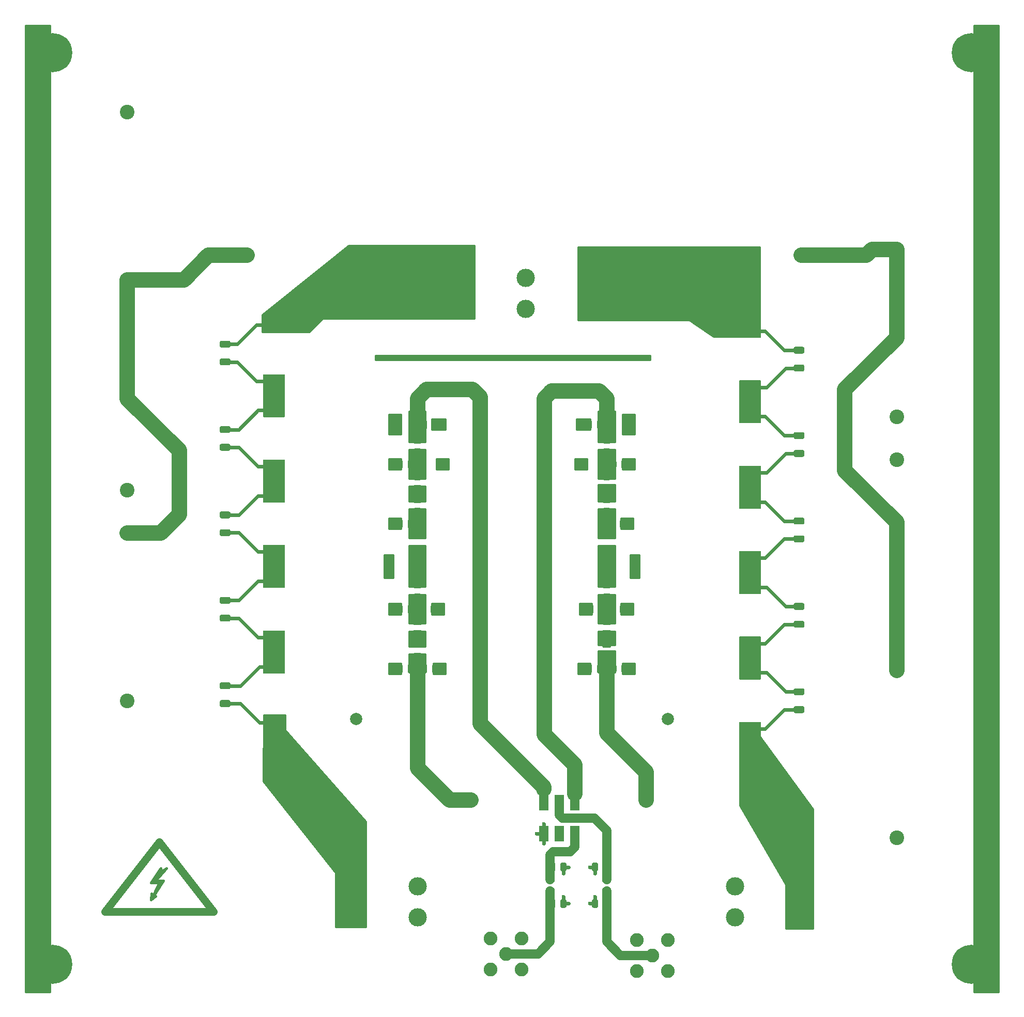
<source format=gbr>
%TF.GenerationSoftware,KiCad,Pcbnew,5.1.10-88a1d61d58~90~ubuntu20.04.1*%
%TF.CreationDate,2021-08-16T21:09:42-07:00*%
%TF.ProjectId,lisn-pcb,6c69736e-2d70-4636-922e-6b696361645f,rev?*%
%TF.SameCoordinates,Original*%
%TF.FileFunction,Copper,L1,Top*%
%TF.FilePolarity,Positive*%
%FSLAX46Y46*%
G04 Gerber Fmt 4.6, Leading zero omitted, Abs format (unit mm)*
G04 Created by KiCad (PCBNEW 5.1.10-88a1d61d58~90~ubuntu20.04.1) date 2021-08-16 21:09:42*
%MOMM*%
%LPD*%
G01*
G04 APERTURE LIST*
%TA.AperFunction,EtchedComponent*%
%ADD10C,1.270000*%
%TD*%
%TA.AperFunction,EtchedComponent*%
%ADD11C,0.381000*%
%TD*%
%TA.AperFunction,ComponentPad*%
%ADD12C,0.800000*%
%TD*%
%TA.AperFunction,ComponentPad*%
%ADD13C,6.400000*%
%TD*%
%TA.AperFunction,ComponentPad*%
%ADD14C,3.000000*%
%TD*%
%TA.AperFunction,ComponentPad*%
%ADD15C,2.000000*%
%TD*%
%TA.AperFunction,SMDPad,CuDef*%
%ADD16R,1.650000X2.540000*%
%TD*%
%TA.AperFunction,ComponentPad*%
%ADD17O,2.400000X2.400000*%
%TD*%
%TA.AperFunction,ComponentPad*%
%ADD18C,2.400000*%
%TD*%
%TA.AperFunction,SMDPad,CuDef*%
%ADD19R,3.600000X2.300000*%
%TD*%
%TA.AperFunction,SMDPad,CuDef*%
%ADD20R,1.650000X2.000000*%
%TD*%
%TA.AperFunction,ComponentPad*%
%ADD21C,2.250000*%
%TD*%
%TA.AperFunction,SMDPad,CuDef*%
%ADD22R,0.900000X0.800000*%
%TD*%
%TA.AperFunction,SMDPad,CuDef*%
%ADD23R,0.600000X0.450000*%
%TD*%
%TA.AperFunction,ViaPad*%
%ADD24C,0.600000*%
%TD*%
%TA.AperFunction,Conductor*%
%ADD25C,0.600000*%
%TD*%
%TA.AperFunction,Conductor*%
%ADD26C,2.500000*%
%TD*%
%TA.AperFunction,Conductor*%
%ADD27C,0.240000*%
%TD*%
%TA.AperFunction,Conductor*%
%ADD28C,1.500000*%
%TD*%
%TA.AperFunction,Conductor*%
%ADD29C,0.300000*%
%TD*%
%TA.AperFunction,Conductor*%
%ADD30C,0.100000*%
%TD*%
%TA.AperFunction,Conductor*%
%ADD31C,0.254000*%
%TD*%
G04 APERTURE END LIST*
D10*
%TO.C,REF\u002A\u002A*%
X122250000Y-175130000D02*
X131140000Y-186560000D01*
X131140000Y-186560000D02*
X113360000Y-186560000D01*
X113360000Y-186560000D02*
X122250000Y-175130000D01*
D11*
X122631000Y-179829000D02*
X121234000Y-181734000D01*
X121234000Y-181734000D02*
X122504000Y-181734000D01*
X120980000Y-183639000D02*
X120853000Y-184655000D01*
X120853000Y-184655000D02*
X121615000Y-184020000D01*
X121615000Y-184020000D02*
X121107000Y-184274000D01*
X121107000Y-184274000D02*
X122885000Y-181480000D01*
X122885000Y-181480000D02*
X121615000Y-181480000D01*
X121615000Y-181480000D02*
X123393000Y-179448000D01*
X123393000Y-179448000D02*
X122631000Y-179956000D01*
X122631000Y-179956000D02*
X122504000Y-179448000D01*
X122377000Y-179575000D02*
X120853000Y-181861000D01*
X120853000Y-181861000D02*
X122250000Y-181861000D01*
X122250000Y-181861000D02*
X121107000Y-184147000D01*
X121107000Y-184147000D02*
X120980000Y-183639000D01*
%TD*%
D12*
%TO.P,H4,1*%
%TO.N,GND*%
X257000000Y-47500000D03*
X253500000Y-44000000D03*
X253500000Y-47500000D03*
X255250000Y-48250000D03*
X252750000Y-45750000D03*
X255250000Y-43250000D03*
X257000000Y-44000000D03*
X257750000Y-45750000D03*
D13*
X255250000Y-45750000D03*
%TD*%
D12*
%TO.P,H3,1*%
%TO.N,GND*%
X106500000Y-197000000D03*
X103000000Y-193500000D03*
X103000000Y-197000000D03*
X104750000Y-197750000D03*
X102250000Y-195250000D03*
X104750000Y-192750000D03*
X106500000Y-193500000D03*
X107250000Y-195250000D03*
D13*
X104750000Y-195250000D03*
%TD*%
D12*
%TO.P,H2,1*%
%TO.N,GND*%
X106500000Y-47500000D03*
X103000000Y-44000000D03*
X103000000Y-47500000D03*
X104750000Y-48250000D03*
X102250000Y-45750000D03*
X104750000Y-43250000D03*
X106500000Y-44000000D03*
X107250000Y-45750000D03*
D13*
X104750000Y-45750000D03*
%TD*%
D12*
%TO.P,H1,1*%
%TO.N,GND*%
X257000000Y-197000000D03*
X253500000Y-193500000D03*
X253500000Y-197000000D03*
X255250000Y-197750000D03*
X252750000Y-195250000D03*
X255250000Y-192750000D03*
X257000000Y-193500000D03*
X257750000Y-195250000D03*
D13*
X255250000Y-195250000D03*
%TD*%
D14*
%TO.P,J9,1*%
%TO.N,GND*%
X216500000Y-182460000D03*
X216500000Y-187540000D03*
%TD*%
%TO.P,J8,1*%
%TO.N,GND*%
X164500000Y-182460000D03*
X164500000Y-187540000D03*
%TD*%
%TO.P,J7,1*%
%TO.N,/DUT_NUT*%
X226500000Y-182460000D03*
X226500000Y-187540000D03*
%TD*%
%TO.P,J6,1*%
%TO.N,/DUT_LINE*%
X154500000Y-187540000D03*
X154500000Y-182460000D03*
%TD*%
%TO.P,J5,1*%
%TO.N,GND*%
X182250000Y-82710000D03*
X182250000Y-87790000D03*
%TD*%
%TO.P,J4,1*%
%TO.N,/NEUTRAL*%
X192500000Y-82710000D03*
X192500000Y-87790000D03*
%TD*%
%TO.P,J3,1*%
%TO.N,/LINE*%
X172250000Y-82710000D03*
X172250000Y-87790000D03*
%TD*%
D15*
%TO.P,GD2,2*%
%TO.N,GND*%
X205500000Y-155000000D03*
%TO.P,GD2,1*%
%TO.N,/SIG2*%
X195500000Y-155000000D03*
%TD*%
%TO.P,GD1,2*%
%TO.N,GND*%
X154500000Y-155000000D03*
%TO.P,GD1,1*%
%TO.N,/SIG1*%
X164500000Y-155000000D03*
%TD*%
D16*
%TO.P,TR1,6*%
%TO.N,/SIG1_LIM*%
X185210000Y-168710000D03*
%TO.P,TR1,5*%
%TO.N,Net-(R3-Pad1)*%
X187750000Y-168710000D03*
%TO.P,TR1,4*%
%TO.N,/SIG2_LIM*%
X190290000Y-168710000D03*
%TO.P,TR1,3*%
%TO.N,Net-(R5-Pad1)*%
X190290000Y-173790000D03*
%TO.P,TR1,2*%
%TO.N,N/C*%
X187750000Y-173790000D03*
%TO.P,TR1,1*%
%TO.N,GND*%
X185210000Y-173790000D03*
%TD*%
%TO.P,R42,2*%
%TO.N,Net-(L11-Pad2)*%
%TA.AperFunction,SMDPad,CuDef*%
G36*
G01*
X227625002Y-151100000D02*
X226374998Y-151100000D01*
G75*
G02*
X226125000Y-150850002I0J249998D01*
G01*
X226125000Y-150224998D01*
G75*
G02*
X226374998Y-149975000I249998J0D01*
G01*
X227625002Y-149975000D01*
G75*
G02*
X227875000Y-150224998I0J-249998D01*
G01*
X227875000Y-150850002D01*
G75*
G02*
X227625002Y-151100000I-249998J0D01*
G01*
G37*
%TD.AperFunction*%
%TO.P,R42,1*%
%TO.N,/DUT_NUT*%
%TA.AperFunction,SMDPad,CuDef*%
G36*
G01*
X227625002Y-154025000D02*
X226374998Y-154025000D01*
G75*
G02*
X226125000Y-153775002I0J249998D01*
G01*
X226125000Y-153149998D01*
G75*
G02*
X226374998Y-152900000I249998J0D01*
G01*
X227625002Y-152900000D01*
G75*
G02*
X227875000Y-153149998I0J-249998D01*
G01*
X227875000Y-153775002D01*
G75*
G02*
X227625002Y-154025000I-249998J0D01*
G01*
G37*
%TD.AperFunction*%
%TD*%
%TO.P,R41,2*%
%TO.N,Net-(L10-Pad2)*%
%TA.AperFunction,SMDPad,CuDef*%
G36*
G01*
X227625002Y-137100000D02*
X226374998Y-137100000D01*
G75*
G02*
X226125000Y-136850002I0J249998D01*
G01*
X226125000Y-136224998D01*
G75*
G02*
X226374998Y-135975000I249998J0D01*
G01*
X227625002Y-135975000D01*
G75*
G02*
X227875000Y-136224998I0J-249998D01*
G01*
X227875000Y-136850002D01*
G75*
G02*
X227625002Y-137100000I-249998J0D01*
G01*
G37*
%TD.AperFunction*%
%TO.P,R41,1*%
%TO.N,Net-(L11-Pad2)*%
%TA.AperFunction,SMDPad,CuDef*%
G36*
G01*
X227625002Y-140025000D02*
X226374998Y-140025000D01*
G75*
G02*
X226125000Y-139775002I0J249998D01*
G01*
X226125000Y-139149998D01*
G75*
G02*
X226374998Y-138900000I249998J0D01*
G01*
X227625002Y-138900000D01*
G75*
G02*
X227875000Y-139149998I0J-249998D01*
G01*
X227875000Y-139775002D01*
G75*
G02*
X227625002Y-140025000I-249998J0D01*
G01*
G37*
%TD.AperFunction*%
%TD*%
%TO.P,R40,2*%
%TO.N,Net-(L10-Pad1)*%
%TA.AperFunction,SMDPad,CuDef*%
G36*
G01*
X227625002Y-123100000D02*
X226374998Y-123100000D01*
G75*
G02*
X226125000Y-122850002I0J249998D01*
G01*
X226125000Y-122224998D01*
G75*
G02*
X226374998Y-121975000I249998J0D01*
G01*
X227625002Y-121975000D01*
G75*
G02*
X227875000Y-122224998I0J-249998D01*
G01*
X227875000Y-122850002D01*
G75*
G02*
X227625002Y-123100000I-249998J0D01*
G01*
G37*
%TD.AperFunction*%
%TO.P,R40,1*%
%TO.N,Net-(L10-Pad2)*%
%TA.AperFunction,SMDPad,CuDef*%
G36*
G01*
X227625002Y-126025000D02*
X226374998Y-126025000D01*
G75*
G02*
X226125000Y-125775002I0J249998D01*
G01*
X226125000Y-125149998D01*
G75*
G02*
X226374998Y-124900000I249998J0D01*
G01*
X227625002Y-124900000D01*
G75*
G02*
X227875000Y-125149998I0J-249998D01*
G01*
X227875000Y-125775002D01*
G75*
G02*
X227625002Y-126025000I-249998J0D01*
G01*
G37*
%TD.AperFunction*%
%TD*%
%TO.P,R39,2*%
%TO.N,Net-(L8-Pad2)*%
%TA.AperFunction,SMDPad,CuDef*%
G36*
G01*
X227625002Y-109100000D02*
X226374998Y-109100000D01*
G75*
G02*
X226125000Y-108850002I0J249998D01*
G01*
X226125000Y-108224998D01*
G75*
G02*
X226374998Y-107975000I249998J0D01*
G01*
X227625002Y-107975000D01*
G75*
G02*
X227875000Y-108224998I0J-249998D01*
G01*
X227875000Y-108850002D01*
G75*
G02*
X227625002Y-109100000I-249998J0D01*
G01*
G37*
%TD.AperFunction*%
%TO.P,R39,1*%
%TO.N,Net-(L10-Pad1)*%
%TA.AperFunction,SMDPad,CuDef*%
G36*
G01*
X227625002Y-112025000D02*
X226374998Y-112025000D01*
G75*
G02*
X226125000Y-111775002I0J249998D01*
G01*
X226125000Y-111149998D01*
G75*
G02*
X226374998Y-110900000I249998J0D01*
G01*
X227625002Y-110900000D01*
G75*
G02*
X227875000Y-111149998I0J-249998D01*
G01*
X227875000Y-111775002D01*
G75*
G02*
X227625002Y-112025000I-249998J0D01*
G01*
G37*
%TD.AperFunction*%
%TD*%
%TO.P,R38,2*%
%TO.N,/NEUTRAL*%
%TA.AperFunction,SMDPad,CuDef*%
G36*
G01*
X227625002Y-95100000D02*
X226374998Y-95100000D01*
G75*
G02*
X226125000Y-94850002I0J249998D01*
G01*
X226125000Y-94224998D01*
G75*
G02*
X226374998Y-93975000I249998J0D01*
G01*
X227625002Y-93975000D01*
G75*
G02*
X227875000Y-94224998I0J-249998D01*
G01*
X227875000Y-94850002D01*
G75*
G02*
X227625002Y-95100000I-249998J0D01*
G01*
G37*
%TD.AperFunction*%
%TO.P,R38,1*%
%TO.N,Net-(L8-Pad2)*%
%TA.AperFunction,SMDPad,CuDef*%
G36*
G01*
X227625002Y-98025000D02*
X226374998Y-98025000D01*
G75*
G02*
X226125000Y-97775002I0J249998D01*
G01*
X226125000Y-97149998D01*
G75*
G02*
X226374998Y-96900000I249998J0D01*
G01*
X227625002Y-96900000D01*
G75*
G02*
X227875000Y-97149998I0J-249998D01*
G01*
X227875000Y-97775002D01*
G75*
G02*
X227625002Y-98025000I-249998J0D01*
G01*
G37*
%TD.AperFunction*%
%TD*%
%TO.P,R37,2*%
%TO.N,GND*%
%TA.AperFunction,SMDPad,CuDef*%
G36*
G01*
X193100000Y-106299998D02*
X193100000Y-107200002D01*
G75*
G02*
X192850002Y-107450000I-249998J0D01*
G01*
X192324998Y-107450000D01*
G75*
G02*
X192075000Y-107200002I0J249998D01*
G01*
X192075000Y-106299998D01*
G75*
G02*
X192324998Y-106050000I249998J0D01*
G01*
X192850002Y-106050000D01*
G75*
G02*
X193100000Y-106299998I0J-249998D01*
G01*
G37*
%TD.AperFunction*%
%TO.P,R37,1*%
%TO.N,/SIG2_LIM*%
%TA.AperFunction,SMDPad,CuDef*%
G36*
G01*
X194925000Y-106299998D02*
X194925000Y-107200002D01*
G75*
G02*
X194675002Y-107450000I-249998J0D01*
G01*
X194149998Y-107450000D01*
G75*
G02*
X193900000Y-107200002I0J249998D01*
G01*
X193900000Y-106299998D01*
G75*
G02*
X194149998Y-106050000I249998J0D01*
G01*
X194675002Y-106050000D01*
G75*
G02*
X194925000Y-106299998I0J-249998D01*
G01*
G37*
%TD.AperFunction*%
%TD*%
%TO.P,R36,2*%
%TO.N,Net-(D3-Pad1)*%
%TA.AperFunction,SMDPad,CuDef*%
G36*
G01*
X195049998Y-110650000D02*
X195950002Y-110650000D01*
G75*
G02*
X196200000Y-110899998I0J-249998D01*
G01*
X196200000Y-111425002D01*
G75*
G02*
X195950002Y-111675000I-249998J0D01*
G01*
X195049998Y-111675000D01*
G75*
G02*
X194800000Y-111425002I0J249998D01*
G01*
X194800000Y-110899998D01*
G75*
G02*
X195049998Y-110650000I249998J0D01*
G01*
G37*
%TD.AperFunction*%
%TO.P,R36,1*%
%TO.N,/SIG2_LIM*%
%TA.AperFunction,SMDPad,CuDef*%
G36*
G01*
X195049998Y-108825000D02*
X195950002Y-108825000D01*
G75*
G02*
X196200000Y-109074998I0J-249998D01*
G01*
X196200000Y-109600002D01*
G75*
G02*
X195950002Y-109850000I-249998J0D01*
G01*
X195049998Y-109850000D01*
G75*
G02*
X194800000Y-109600002I0J249998D01*
G01*
X194800000Y-109074998D01*
G75*
G02*
X195049998Y-108825000I249998J0D01*
G01*
G37*
%TD.AperFunction*%
%TD*%
%TO.P,R35,2*%
%TO.N,GND*%
%TA.AperFunction,SMDPad,CuDef*%
G36*
G01*
X197900000Y-113700002D02*
X197900000Y-112799998D01*
G75*
G02*
X198149998Y-112550000I249998J0D01*
G01*
X198675002Y-112550000D01*
G75*
G02*
X198925000Y-112799998I0J-249998D01*
G01*
X198925000Y-113700002D01*
G75*
G02*
X198675002Y-113950000I-249998J0D01*
G01*
X198149998Y-113950000D01*
G75*
G02*
X197900000Y-113700002I0J249998D01*
G01*
G37*
%TD.AperFunction*%
%TO.P,R35,1*%
%TO.N,Net-(D3-Pad1)*%
%TA.AperFunction,SMDPad,CuDef*%
G36*
G01*
X196075000Y-113700002D02*
X196075000Y-112799998D01*
G75*
G02*
X196324998Y-112550000I249998J0D01*
G01*
X196850002Y-112550000D01*
G75*
G02*
X197100000Y-112799998I0J-249998D01*
G01*
X197100000Y-113700002D01*
G75*
G02*
X196850002Y-113950000I-249998J0D01*
G01*
X196324998Y-113950000D01*
G75*
G02*
X196075000Y-113700002I0J249998D01*
G01*
G37*
%TD.AperFunction*%
%TD*%
%TO.P,R34,2*%
%TO.N,Net-(D3-Pad1)*%
%TA.AperFunction,SMDPad,CuDef*%
G36*
G01*
X195950002Y-115850000D02*
X195049998Y-115850000D01*
G75*
G02*
X194800000Y-115600002I0J249998D01*
G01*
X194800000Y-115074998D01*
G75*
G02*
X195049998Y-114825000I249998J0D01*
G01*
X195950002Y-114825000D01*
G75*
G02*
X196200000Y-115074998I0J-249998D01*
G01*
X196200000Y-115600002D01*
G75*
G02*
X195950002Y-115850000I-249998J0D01*
G01*
G37*
%TD.AperFunction*%
%TO.P,R34,1*%
%TO.N,Net-(R33-Pad2)*%
%TA.AperFunction,SMDPad,CuDef*%
G36*
G01*
X195950002Y-117675000D02*
X195049998Y-117675000D01*
G75*
G02*
X194800000Y-117425002I0J249998D01*
G01*
X194800000Y-116899998D01*
G75*
G02*
X195049998Y-116650000I249998J0D01*
G01*
X195950002Y-116650000D01*
G75*
G02*
X196200000Y-116899998I0J-249998D01*
G01*
X196200000Y-117425002D01*
G75*
G02*
X195950002Y-117675000I-249998J0D01*
G01*
G37*
%TD.AperFunction*%
%TD*%
%TO.P,R33,2*%
%TO.N,Net-(R33-Pad2)*%
%TA.AperFunction,SMDPad,CuDef*%
G36*
G01*
X195950002Y-119600000D02*
X195049998Y-119600000D01*
G75*
G02*
X194800000Y-119350002I0J249998D01*
G01*
X194800000Y-118824998D01*
G75*
G02*
X195049998Y-118575000I249998J0D01*
G01*
X195950002Y-118575000D01*
G75*
G02*
X196200000Y-118824998I0J-249998D01*
G01*
X196200000Y-119350002D01*
G75*
G02*
X195950002Y-119600000I-249998J0D01*
G01*
G37*
%TD.AperFunction*%
%TO.P,R33,1*%
%TO.N,Net-(C11-Pad1)*%
%TA.AperFunction,SMDPad,CuDef*%
G36*
G01*
X195950002Y-121425000D02*
X195049998Y-121425000D01*
G75*
G02*
X194800000Y-121175002I0J249998D01*
G01*
X194800000Y-120649998D01*
G75*
G02*
X195049998Y-120400000I249998J0D01*
G01*
X195950002Y-120400000D01*
G75*
G02*
X196200000Y-120649998I0J-249998D01*
G01*
X196200000Y-121175002D01*
G75*
G02*
X195950002Y-121425000I-249998J0D01*
G01*
G37*
%TD.AperFunction*%
%TD*%
%TO.P,R32,2*%
%TO.N,GND*%
%TA.AperFunction,SMDPad,CuDef*%
G36*
G01*
X197650000Y-123450002D02*
X197650000Y-122549998D01*
G75*
G02*
X197899998Y-122300000I249998J0D01*
G01*
X198425002Y-122300000D01*
G75*
G02*
X198675000Y-122549998I0J-249998D01*
G01*
X198675000Y-123450002D01*
G75*
G02*
X198425002Y-123700000I-249998J0D01*
G01*
X197899998Y-123700000D01*
G75*
G02*
X197650000Y-123450002I0J249998D01*
G01*
G37*
%TD.AperFunction*%
%TO.P,R32,1*%
%TO.N,Net-(C11-Pad1)*%
%TA.AperFunction,SMDPad,CuDef*%
G36*
G01*
X195825000Y-123450002D02*
X195825000Y-122549998D01*
G75*
G02*
X196074998Y-122300000I249998J0D01*
G01*
X196600002Y-122300000D01*
G75*
G02*
X196850000Y-122549998I0J-249998D01*
G01*
X196850000Y-123450002D01*
G75*
G02*
X196600002Y-123700000I-249998J0D01*
G01*
X196074998Y-123700000D01*
G75*
G02*
X195825000Y-123450002I0J249998D01*
G01*
G37*
%TD.AperFunction*%
%TD*%
%TO.P,R31,2*%
%TO.N,GND*%
%TA.AperFunction,SMDPad,CuDef*%
G36*
G01*
X197650000Y-137450002D02*
X197650000Y-136549998D01*
G75*
G02*
X197899998Y-136300000I249998J0D01*
G01*
X198425002Y-136300000D01*
G75*
G02*
X198675000Y-136549998I0J-249998D01*
G01*
X198675000Y-137450002D01*
G75*
G02*
X198425002Y-137700000I-249998J0D01*
G01*
X197899998Y-137700000D01*
G75*
G02*
X197650000Y-137450002I0J249998D01*
G01*
G37*
%TD.AperFunction*%
%TO.P,R31,1*%
%TO.N,Net-(C10-Pad2)*%
%TA.AperFunction,SMDPad,CuDef*%
G36*
G01*
X195825000Y-137450002D02*
X195825000Y-136549998D01*
G75*
G02*
X196074998Y-136300000I249998J0D01*
G01*
X196600002Y-136300000D01*
G75*
G02*
X196850000Y-136549998I0J-249998D01*
G01*
X196850000Y-137450002D01*
G75*
G02*
X196600002Y-137700000I-249998J0D01*
G01*
X196074998Y-137700000D01*
G75*
G02*
X195825000Y-137450002I0J249998D01*
G01*
G37*
%TD.AperFunction*%
%TD*%
%TO.P,R30,2*%
%TO.N,GND*%
%TA.AperFunction,SMDPad,CuDef*%
G36*
G01*
X193350000Y-136549998D02*
X193350000Y-137450002D01*
G75*
G02*
X193100002Y-137700000I-249998J0D01*
G01*
X192574998Y-137700000D01*
G75*
G02*
X192325000Y-137450002I0J249998D01*
G01*
X192325000Y-136549998D01*
G75*
G02*
X192574998Y-136300000I249998J0D01*
G01*
X193100002Y-136300000D01*
G75*
G02*
X193350000Y-136549998I0J-249998D01*
G01*
G37*
%TD.AperFunction*%
%TO.P,R30,1*%
%TO.N,Net-(C10-Pad2)*%
%TA.AperFunction,SMDPad,CuDef*%
G36*
G01*
X195175000Y-136549998D02*
X195175000Y-137450002D01*
G75*
G02*
X194925002Y-137700000I-249998J0D01*
G01*
X194399998Y-137700000D01*
G75*
G02*
X194150000Y-137450002I0J249998D01*
G01*
X194150000Y-136549998D01*
G75*
G02*
X194399998Y-136300000I249998J0D01*
G01*
X194925002Y-136300000D01*
G75*
G02*
X195175000Y-136549998I0J-249998D01*
G01*
G37*
%TD.AperFunction*%
%TD*%
%TO.P,R29,2*%
%TO.N,Net-(R28-Pad1)*%
%TA.AperFunction,SMDPad,CuDef*%
G36*
G01*
X195049998Y-140400000D02*
X195950002Y-140400000D01*
G75*
G02*
X196200000Y-140649998I0J-249998D01*
G01*
X196200000Y-141175002D01*
G75*
G02*
X195950002Y-141425000I-249998J0D01*
G01*
X195049998Y-141425000D01*
G75*
G02*
X194800000Y-141175002I0J249998D01*
G01*
X194800000Y-140649998D01*
G75*
G02*
X195049998Y-140400000I249998J0D01*
G01*
G37*
%TD.AperFunction*%
%TO.P,R29,1*%
%TO.N,Net-(C10-Pad2)*%
%TA.AperFunction,SMDPad,CuDef*%
G36*
G01*
X195049998Y-138575000D02*
X195950002Y-138575000D01*
G75*
G02*
X196200000Y-138824998I0J-249998D01*
G01*
X196200000Y-139350002D01*
G75*
G02*
X195950002Y-139600000I-249998J0D01*
G01*
X195049998Y-139600000D01*
G75*
G02*
X194800000Y-139350002I0J249998D01*
G01*
X194800000Y-138824998D01*
G75*
G02*
X195049998Y-138575000I249998J0D01*
G01*
G37*
%TD.AperFunction*%
%TD*%
%TO.P,R28,2*%
%TO.N,/SIG2*%
%TA.AperFunction,SMDPad,CuDef*%
G36*
G01*
X195049998Y-144150000D02*
X195950002Y-144150000D01*
G75*
G02*
X196200000Y-144399998I0J-249998D01*
G01*
X196200000Y-144925002D01*
G75*
G02*
X195950002Y-145175000I-249998J0D01*
G01*
X195049998Y-145175000D01*
G75*
G02*
X194800000Y-144925002I0J249998D01*
G01*
X194800000Y-144399998D01*
G75*
G02*
X195049998Y-144150000I249998J0D01*
G01*
G37*
%TD.AperFunction*%
%TO.P,R28,1*%
%TO.N,Net-(R28-Pad1)*%
%TA.AperFunction,SMDPad,CuDef*%
G36*
G01*
X195049998Y-142325000D02*
X195950002Y-142325000D01*
G75*
G02*
X196200000Y-142574998I0J-249998D01*
G01*
X196200000Y-143100002D01*
G75*
G02*
X195950002Y-143350000I-249998J0D01*
G01*
X195049998Y-143350000D01*
G75*
G02*
X194800000Y-143100002I0J249998D01*
G01*
X194800000Y-142574998D01*
G75*
G02*
X195049998Y-142325000I249998J0D01*
G01*
G37*
%TD.AperFunction*%
%TD*%
%TO.P,R27,2*%
%TO.N,GND*%
%TA.AperFunction,SMDPad,CuDef*%
G36*
G01*
X197900000Y-147200002D02*
X197900000Y-146299998D01*
G75*
G02*
X198149998Y-146050000I249998J0D01*
G01*
X198675002Y-146050000D01*
G75*
G02*
X198925000Y-146299998I0J-249998D01*
G01*
X198925000Y-147200002D01*
G75*
G02*
X198675002Y-147450000I-249998J0D01*
G01*
X198149998Y-147450000D01*
G75*
G02*
X197900000Y-147200002I0J249998D01*
G01*
G37*
%TD.AperFunction*%
%TO.P,R27,1*%
%TO.N,/SIG2*%
%TA.AperFunction,SMDPad,CuDef*%
G36*
G01*
X196075000Y-147200002D02*
X196075000Y-146299998D01*
G75*
G02*
X196324998Y-146050000I249998J0D01*
G01*
X196850002Y-146050000D01*
G75*
G02*
X197100000Y-146299998I0J-249998D01*
G01*
X197100000Y-147200002D01*
G75*
G02*
X196850002Y-147450000I-249998J0D01*
G01*
X196324998Y-147450000D01*
G75*
G02*
X196075000Y-147200002I0J249998D01*
G01*
G37*
%TD.AperFunction*%
%TD*%
%TO.P,R26,2*%
%TO.N,GND*%
%TA.AperFunction,SMDPad,CuDef*%
G36*
G01*
X193100000Y-146299998D02*
X193100000Y-147200002D01*
G75*
G02*
X192850002Y-147450000I-249998J0D01*
G01*
X192324998Y-147450000D01*
G75*
G02*
X192075000Y-147200002I0J249998D01*
G01*
X192075000Y-146299998D01*
G75*
G02*
X192324998Y-146050000I249998J0D01*
G01*
X192850002Y-146050000D01*
G75*
G02*
X193100000Y-146299998I0J-249998D01*
G01*
G37*
%TD.AperFunction*%
%TO.P,R26,1*%
%TO.N,/SIG2*%
%TA.AperFunction,SMDPad,CuDef*%
G36*
G01*
X194925000Y-146299998D02*
X194925000Y-147200002D01*
G75*
G02*
X194675002Y-147450000I-249998J0D01*
G01*
X194149998Y-147450000D01*
G75*
G02*
X193900000Y-147200002I0J249998D01*
G01*
X193900000Y-146299998D01*
G75*
G02*
X194149998Y-146050000I249998J0D01*
G01*
X194675002Y-146050000D01*
G75*
G02*
X194925000Y-146299998I0J-249998D01*
G01*
G37*
%TD.AperFunction*%
%TD*%
%TO.P,R25,2*%
%TO.N,Net-(L5-Pad2)*%
%TA.AperFunction,SMDPad,CuDef*%
G36*
G01*
X133625002Y-150100000D02*
X132374998Y-150100000D01*
G75*
G02*
X132125000Y-149850002I0J249998D01*
G01*
X132125000Y-149224998D01*
G75*
G02*
X132374998Y-148975000I249998J0D01*
G01*
X133625002Y-148975000D01*
G75*
G02*
X133875000Y-149224998I0J-249998D01*
G01*
X133875000Y-149850002D01*
G75*
G02*
X133625002Y-150100000I-249998J0D01*
G01*
G37*
%TD.AperFunction*%
%TO.P,R25,1*%
%TO.N,/DUT_LINE*%
%TA.AperFunction,SMDPad,CuDef*%
G36*
G01*
X133625002Y-153025000D02*
X132374998Y-153025000D01*
G75*
G02*
X132125000Y-152775002I0J249998D01*
G01*
X132125000Y-152149998D01*
G75*
G02*
X132374998Y-151900000I249998J0D01*
G01*
X133625002Y-151900000D01*
G75*
G02*
X133875000Y-152149998I0J-249998D01*
G01*
X133875000Y-152775002D01*
G75*
G02*
X133625002Y-153025000I-249998J0D01*
G01*
G37*
%TD.AperFunction*%
%TD*%
%TO.P,R24,2*%
%TO.N,Net-(L4-Pad2)*%
%TA.AperFunction,SMDPad,CuDef*%
G36*
G01*
X133625002Y-136100000D02*
X132374998Y-136100000D01*
G75*
G02*
X132125000Y-135850002I0J249998D01*
G01*
X132125000Y-135224998D01*
G75*
G02*
X132374998Y-134975000I249998J0D01*
G01*
X133625002Y-134975000D01*
G75*
G02*
X133875000Y-135224998I0J-249998D01*
G01*
X133875000Y-135850002D01*
G75*
G02*
X133625002Y-136100000I-249998J0D01*
G01*
G37*
%TD.AperFunction*%
%TO.P,R24,1*%
%TO.N,Net-(L5-Pad2)*%
%TA.AperFunction,SMDPad,CuDef*%
G36*
G01*
X133625002Y-139025000D02*
X132374998Y-139025000D01*
G75*
G02*
X132125000Y-138775002I0J249998D01*
G01*
X132125000Y-138149998D01*
G75*
G02*
X132374998Y-137900000I249998J0D01*
G01*
X133625002Y-137900000D01*
G75*
G02*
X133875000Y-138149998I0J-249998D01*
G01*
X133875000Y-138775002D01*
G75*
G02*
X133625002Y-139025000I-249998J0D01*
G01*
G37*
%TD.AperFunction*%
%TD*%
%TO.P,R23,2*%
%TO.N,Net-(L3-Pad2)*%
%TA.AperFunction,SMDPad,CuDef*%
G36*
G01*
X133625002Y-122100000D02*
X132374998Y-122100000D01*
G75*
G02*
X132125000Y-121850002I0J249998D01*
G01*
X132125000Y-121224998D01*
G75*
G02*
X132374998Y-120975000I249998J0D01*
G01*
X133625002Y-120975000D01*
G75*
G02*
X133875000Y-121224998I0J-249998D01*
G01*
X133875000Y-121850002D01*
G75*
G02*
X133625002Y-122100000I-249998J0D01*
G01*
G37*
%TD.AperFunction*%
%TO.P,R23,1*%
%TO.N,Net-(L4-Pad2)*%
%TA.AperFunction,SMDPad,CuDef*%
G36*
G01*
X133625002Y-125025000D02*
X132374998Y-125025000D01*
G75*
G02*
X132125000Y-124775002I0J249998D01*
G01*
X132125000Y-124149998D01*
G75*
G02*
X132374998Y-123900000I249998J0D01*
G01*
X133625002Y-123900000D01*
G75*
G02*
X133875000Y-124149998I0J-249998D01*
G01*
X133875000Y-124775002D01*
G75*
G02*
X133625002Y-125025000I-249998J0D01*
G01*
G37*
%TD.AperFunction*%
%TD*%
%TO.P,R22,2*%
%TO.N,Net-(L2-Pad2)*%
%TA.AperFunction,SMDPad,CuDef*%
G36*
G01*
X133625002Y-108100000D02*
X132374998Y-108100000D01*
G75*
G02*
X132125000Y-107850002I0J249998D01*
G01*
X132125000Y-107224998D01*
G75*
G02*
X132374998Y-106975000I249998J0D01*
G01*
X133625002Y-106975000D01*
G75*
G02*
X133875000Y-107224998I0J-249998D01*
G01*
X133875000Y-107850002D01*
G75*
G02*
X133625002Y-108100000I-249998J0D01*
G01*
G37*
%TD.AperFunction*%
%TO.P,R22,1*%
%TO.N,Net-(L3-Pad2)*%
%TA.AperFunction,SMDPad,CuDef*%
G36*
G01*
X133625002Y-111025000D02*
X132374998Y-111025000D01*
G75*
G02*
X132125000Y-110775002I0J249998D01*
G01*
X132125000Y-110149998D01*
G75*
G02*
X132374998Y-109900000I249998J0D01*
G01*
X133625002Y-109900000D01*
G75*
G02*
X133875000Y-110149998I0J-249998D01*
G01*
X133875000Y-110775002D01*
G75*
G02*
X133625002Y-111025000I-249998J0D01*
G01*
G37*
%TD.AperFunction*%
%TD*%
%TO.P,R21,2*%
%TO.N,/LINE*%
%TA.AperFunction,SMDPad,CuDef*%
G36*
G01*
X133625002Y-94100000D02*
X132374998Y-94100000D01*
G75*
G02*
X132125000Y-93850002I0J249998D01*
G01*
X132125000Y-93224998D01*
G75*
G02*
X132374998Y-92975000I249998J0D01*
G01*
X133625002Y-92975000D01*
G75*
G02*
X133875000Y-93224998I0J-249998D01*
G01*
X133875000Y-93850002D01*
G75*
G02*
X133625002Y-94100000I-249998J0D01*
G01*
G37*
%TD.AperFunction*%
%TO.P,R21,1*%
%TO.N,Net-(L2-Pad2)*%
%TA.AperFunction,SMDPad,CuDef*%
G36*
G01*
X133625002Y-97025000D02*
X132374998Y-97025000D01*
G75*
G02*
X132125000Y-96775002I0J249998D01*
G01*
X132125000Y-96149998D01*
G75*
G02*
X132374998Y-95900000I249998J0D01*
G01*
X133625002Y-95900000D01*
G75*
G02*
X133875000Y-96149998I0J-249998D01*
G01*
X133875000Y-96775002D01*
G75*
G02*
X133625002Y-97025000I-249998J0D01*
G01*
G37*
%TD.AperFunction*%
%TD*%
%TO.P,R20,2*%
%TO.N,GND*%
%TA.AperFunction,SMDPad,CuDef*%
G36*
G01*
X166900000Y-107200002D02*
X166900000Y-106299998D01*
G75*
G02*
X167149998Y-106050000I249998J0D01*
G01*
X167675002Y-106050000D01*
G75*
G02*
X167925000Y-106299998I0J-249998D01*
G01*
X167925000Y-107200002D01*
G75*
G02*
X167675002Y-107450000I-249998J0D01*
G01*
X167149998Y-107450000D01*
G75*
G02*
X166900000Y-107200002I0J249998D01*
G01*
G37*
%TD.AperFunction*%
%TO.P,R20,1*%
%TO.N,/SIG1_LIM*%
%TA.AperFunction,SMDPad,CuDef*%
G36*
G01*
X165075000Y-107200002D02*
X165075000Y-106299998D01*
G75*
G02*
X165324998Y-106050000I249998J0D01*
G01*
X165850002Y-106050000D01*
G75*
G02*
X166100000Y-106299998I0J-249998D01*
G01*
X166100000Y-107200002D01*
G75*
G02*
X165850002Y-107450000I-249998J0D01*
G01*
X165324998Y-107450000D01*
G75*
G02*
X165075000Y-107200002I0J249998D01*
G01*
G37*
%TD.AperFunction*%
%TD*%
%TO.P,R19,2*%
%TO.N,Net-(D1-Pad1)*%
%TA.AperFunction,SMDPad,CuDef*%
G36*
G01*
X164049998Y-110650000D02*
X164950002Y-110650000D01*
G75*
G02*
X165200000Y-110899998I0J-249998D01*
G01*
X165200000Y-111425002D01*
G75*
G02*
X164950002Y-111675000I-249998J0D01*
G01*
X164049998Y-111675000D01*
G75*
G02*
X163800000Y-111425002I0J249998D01*
G01*
X163800000Y-110899998D01*
G75*
G02*
X164049998Y-110650000I249998J0D01*
G01*
G37*
%TD.AperFunction*%
%TO.P,R19,1*%
%TO.N,/SIG1_LIM*%
%TA.AperFunction,SMDPad,CuDef*%
G36*
G01*
X164049998Y-108825000D02*
X164950002Y-108825000D01*
G75*
G02*
X165200000Y-109074998I0J-249998D01*
G01*
X165200000Y-109600002D01*
G75*
G02*
X164950002Y-109850000I-249998J0D01*
G01*
X164049998Y-109850000D01*
G75*
G02*
X163800000Y-109600002I0J249998D01*
G01*
X163800000Y-109074998D01*
G75*
G02*
X164049998Y-108825000I249998J0D01*
G01*
G37*
%TD.AperFunction*%
%TD*%
%TO.P,R18,2*%
%TO.N,GND*%
%TA.AperFunction,SMDPad,CuDef*%
G36*
G01*
X162100000Y-112799998D02*
X162100000Y-113700002D01*
G75*
G02*
X161850002Y-113950000I-249998J0D01*
G01*
X161324998Y-113950000D01*
G75*
G02*
X161075000Y-113700002I0J249998D01*
G01*
X161075000Y-112799998D01*
G75*
G02*
X161324998Y-112550000I249998J0D01*
G01*
X161850002Y-112550000D01*
G75*
G02*
X162100000Y-112799998I0J-249998D01*
G01*
G37*
%TD.AperFunction*%
%TO.P,R18,1*%
%TO.N,Net-(D1-Pad1)*%
%TA.AperFunction,SMDPad,CuDef*%
G36*
G01*
X163925000Y-112799998D02*
X163925000Y-113700002D01*
G75*
G02*
X163675002Y-113950000I-249998J0D01*
G01*
X163149998Y-113950000D01*
G75*
G02*
X162900000Y-113700002I0J249998D01*
G01*
X162900000Y-112799998D01*
G75*
G02*
X163149998Y-112550000I249998J0D01*
G01*
X163675002Y-112550000D01*
G75*
G02*
X163925000Y-112799998I0J-249998D01*
G01*
G37*
%TD.AperFunction*%
%TD*%
%TO.P,R17,2*%
%TO.N,Net-(D1-Pad1)*%
%TA.AperFunction,SMDPad,CuDef*%
G36*
G01*
X164950002Y-115850000D02*
X164049998Y-115850000D01*
G75*
G02*
X163800000Y-115600002I0J249998D01*
G01*
X163800000Y-115074998D01*
G75*
G02*
X164049998Y-114825000I249998J0D01*
G01*
X164950002Y-114825000D01*
G75*
G02*
X165200000Y-115074998I0J-249998D01*
G01*
X165200000Y-115600002D01*
G75*
G02*
X164950002Y-115850000I-249998J0D01*
G01*
G37*
%TD.AperFunction*%
%TO.P,R17,1*%
%TO.N,Net-(R16-Pad2)*%
%TA.AperFunction,SMDPad,CuDef*%
G36*
G01*
X164950002Y-117675000D02*
X164049998Y-117675000D01*
G75*
G02*
X163800000Y-117425002I0J249998D01*
G01*
X163800000Y-116899998D01*
G75*
G02*
X164049998Y-116650000I249998J0D01*
G01*
X164950002Y-116650000D01*
G75*
G02*
X165200000Y-116899998I0J-249998D01*
G01*
X165200000Y-117425002D01*
G75*
G02*
X164950002Y-117675000I-249998J0D01*
G01*
G37*
%TD.AperFunction*%
%TD*%
%TO.P,R16,2*%
%TO.N,Net-(R16-Pad2)*%
%TA.AperFunction,SMDPad,CuDef*%
G36*
G01*
X164950002Y-119600000D02*
X164049998Y-119600000D01*
G75*
G02*
X163800000Y-119350002I0J249998D01*
G01*
X163800000Y-118824998D01*
G75*
G02*
X164049998Y-118575000I249998J0D01*
G01*
X164950002Y-118575000D01*
G75*
G02*
X165200000Y-118824998I0J-249998D01*
G01*
X165200000Y-119350002D01*
G75*
G02*
X164950002Y-119600000I-249998J0D01*
G01*
G37*
%TD.AperFunction*%
%TO.P,R16,1*%
%TO.N,Net-(C8-Pad1)*%
%TA.AperFunction,SMDPad,CuDef*%
G36*
G01*
X164950002Y-121425000D02*
X164049998Y-121425000D01*
G75*
G02*
X163800000Y-121175002I0J249998D01*
G01*
X163800000Y-120649998D01*
G75*
G02*
X164049998Y-120400000I249998J0D01*
G01*
X164950002Y-120400000D01*
G75*
G02*
X165200000Y-120649998I0J-249998D01*
G01*
X165200000Y-121175002D01*
G75*
G02*
X164950002Y-121425000I-249998J0D01*
G01*
G37*
%TD.AperFunction*%
%TD*%
%TO.P,R15,2*%
%TO.N,GND*%
%TA.AperFunction,SMDPad,CuDef*%
G36*
G01*
X162100000Y-122549998D02*
X162100000Y-123450002D01*
G75*
G02*
X161850002Y-123700000I-249998J0D01*
G01*
X161324998Y-123700000D01*
G75*
G02*
X161075000Y-123450002I0J249998D01*
G01*
X161075000Y-122549998D01*
G75*
G02*
X161324998Y-122300000I249998J0D01*
G01*
X161850002Y-122300000D01*
G75*
G02*
X162100000Y-122549998I0J-249998D01*
G01*
G37*
%TD.AperFunction*%
%TO.P,R15,1*%
%TO.N,Net-(C8-Pad1)*%
%TA.AperFunction,SMDPad,CuDef*%
G36*
G01*
X163925000Y-122549998D02*
X163925000Y-123450002D01*
G75*
G02*
X163675002Y-123700000I-249998J0D01*
G01*
X163149998Y-123700000D01*
G75*
G02*
X162900000Y-123450002I0J249998D01*
G01*
X162900000Y-122549998D01*
G75*
G02*
X163149998Y-122300000I249998J0D01*
G01*
X163675002Y-122300000D01*
G75*
G02*
X163925000Y-122549998I0J-249998D01*
G01*
G37*
%TD.AperFunction*%
%TD*%
%TO.P,R14,2*%
%TO.N,GND*%
%TA.AperFunction,SMDPad,CuDef*%
G36*
G01*
X162100000Y-136549998D02*
X162100000Y-137450002D01*
G75*
G02*
X161850002Y-137700000I-249998J0D01*
G01*
X161324998Y-137700000D01*
G75*
G02*
X161075000Y-137450002I0J249998D01*
G01*
X161075000Y-136549998D01*
G75*
G02*
X161324998Y-136300000I249998J0D01*
G01*
X161850002Y-136300000D01*
G75*
G02*
X162100000Y-136549998I0J-249998D01*
G01*
G37*
%TD.AperFunction*%
%TO.P,R14,1*%
%TO.N,Net-(C7-Pad2)*%
%TA.AperFunction,SMDPad,CuDef*%
G36*
G01*
X163925000Y-136549998D02*
X163925000Y-137450002D01*
G75*
G02*
X163675002Y-137700000I-249998J0D01*
G01*
X163149998Y-137700000D01*
G75*
G02*
X162900000Y-137450002I0J249998D01*
G01*
X162900000Y-136549998D01*
G75*
G02*
X163149998Y-136300000I249998J0D01*
G01*
X163675002Y-136300000D01*
G75*
G02*
X163925000Y-136549998I0J-249998D01*
G01*
G37*
%TD.AperFunction*%
%TD*%
%TO.P,R13,2*%
%TO.N,GND*%
%TA.AperFunction,SMDPad,CuDef*%
G36*
G01*
X166650000Y-137450002D02*
X166650000Y-136549998D01*
G75*
G02*
X166899998Y-136300000I249998J0D01*
G01*
X167425002Y-136300000D01*
G75*
G02*
X167675000Y-136549998I0J-249998D01*
G01*
X167675000Y-137450002D01*
G75*
G02*
X167425002Y-137700000I-249998J0D01*
G01*
X166899998Y-137700000D01*
G75*
G02*
X166650000Y-137450002I0J249998D01*
G01*
G37*
%TD.AperFunction*%
%TO.P,R13,1*%
%TO.N,Net-(C7-Pad2)*%
%TA.AperFunction,SMDPad,CuDef*%
G36*
G01*
X164825000Y-137450002D02*
X164825000Y-136549998D01*
G75*
G02*
X165074998Y-136300000I249998J0D01*
G01*
X165600002Y-136300000D01*
G75*
G02*
X165850000Y-136549998I0J-249998D01*
G01*
X165850000Y-137450002D01*
G75*
G02*
X165600002Y-137700000I-249998J0D01*
G01*
X165074998Y-137700000D01*
G75*
G02*
X164825000Y-137450002I0J249998D01*
G01*
G37*
%TD.AperFunction*%
%TD*%
%TO.P,R12,2*%
%TO.N,Net-(R11-Pad1)*%
%TA.AperFunction,SMDPad,CuDef*%
G36*
G01*
X164049998Y-140400000D02*
X164950002Y-140400000D01*
G75*
G02*
X165200000Y-140649998I0J-249998D01*
G01*
X165200000Y-141175002D01*
G75*
G02*
X164950002Y-141425000I-249998J0D01*
G01*
X164049998Y-141425000D01*
G75*
G02*
X163800000Y-141175002I0J249998D01*
G01*
X163800000Y-140649998D01*
G75*
G02*
X164049998Y-140400000I249998J0D01*
G01*
G37*
%TD.AperFunction*%
%TO.P,R12,1*%
%TO.N,Net-(C7-Pad2)*%
%TA.AperFunction,SMDPad,CuDef*%
G36*
G01*
X164049998Y-138575000D02*
X164950002Y-138575000D01*
G75*
G02*
X165200000Y-138824998I0J-249998D01*
G01*
X165200000Y-139350002D01*
G75*
G02*
X164950002Y-139600000I-249998J0D01*
G01*
X164049998Y-139600000D01*
G75*
G02*
X163800000Y-139350002I0J249998D01*
G01*
X163800000Y-138824998D01*
G75*
G02*
X164049998Y-138575000I249998J0D01*
G01*
G37*
%TD.AperFunction*%
%TD*%
%TO.P,R11,2*%
%TO.N,/SIG1*%
%TA.AperFunction,SMDPad,CuDef*%
G36*
G01*
X164049998Y-144150000D02*
X164950002Y-144150000D01*
G75*
G02*
X165200000Y-144399998I0J-249998D01*
G01*
X165200000Y-144925002D01*
G75*
G02*
X164950002Y-145175000I-249998J0D01*
G01*
X164049998Y-145175000D01*
G75*
G02*
X163800000Y-144925002I0J249998D01*
G01*
X163800000Y-144399998D01*
G75*
G02*
X164049998Y-144150000I249998J0D01*
G01*
G37*
%TD.AperFunction*%
%TO.P,R11,1*%
%TO.N,Net-(R11-Pad1)*%
%TA.AperFunction,SMDPad,CuDef*%
G36*
G01*
X164049998Y-142325000D02*
X164950002Y-142325000D01*
G75*
G02*
X165200000Y-142574998I0J-249998D01*
G01*
X165200000Y-143100002D01*
G75*
G02*
X164950002Y-143350000I-249998J0D01*
G01*
X164049998Y-143350000D01*
G75*
G02*
X163800000Y-143100002I0J249998D01*
G01*
X163800000Y-142574998D01*
G75*
G02*
X164049998Y-142325000I249998J0D01*
G01*
G37*
%TD.AperFunction*%
%TD*%
%TO.P,R10,2*%
%TO.N,GND*%
%TA.AperFunction,SMDPad,CuDef*%
G36*
G01*
X166900000Y-147200002D02*
X166900000Y-146299998D01*
G75*
G02*
X167149998Y-146050000I249998J0D01*
G01*
X167675002Y-146050000D01*
G75*
G02*
X167925000Y-146299998I0J-249998D01*
G01*
X167925000Y-147200002D01*
G75*
G02*
X167675002Y-147450000I-249998J0D01*
G01*
X167149998Y-147450000D01*
G75*
G02*
X166900000Y-147200002I0J249998D01*
G01*
G37*
%TD.AperFunction*%
%TO.P,R10,1*%
%TO.N,/SIG1*%
%TA.AperFunction,SMDPad,CuDef*%
G36*
G01*
X165075000Y-147200002D02*
X165075000Y-146299998D01*
G75*
G02*
X165324998Y-146050000I249998J0D01*
G01*
X165850002Y-146050000D01*
G75*
G02*
X166100000Y-146299998I0J-249998D01*
G01*
X166100000Y-147200002D01*
G75*
G02*
X165850002Y-147450000I-249998J0D01*
G01*
X165324998Y-147450000D01*
G75*
G02*
X165075000Y-147200002I0J249998D01*
G01*
G37*
%TD.AperFunction*%
%TD*%
%TO.P,R9,2*%
%TO.N,GND*%
%TA.AperFunction,SMDPad,CuDef*%
G36*
G01*
X162100000Y-146299998D02*
X162100000Y-147200002D01*
G75*
G02*
X161850002Y-147450000I-249998J0D01*
G01*
X161324998Y-147450000D01*
G75*
G02*
X161075000Y-147200002I0J249998D01*
G01*
X161075000Y-146299998D01*
G75*
G02*
X161324998Y-146050000I249998J0D01*
G01*
X161850002Y-146050000D01*
G75*
G02*
X162100000Y-146299998I0J-249998D01*
G01*
G37*
%TD.AperFunction*%
%TO.P,R9,1*%
%TO.N,/SIG1*%
%TA.AperFunction,SMDPad,CuDef*%
G36*
G01*
X163925000Y-146299998D02*
X163925000Y-147200002D01*
G75*
G02*
X163675002Y-147450000I-249998J0D01*
G01*
X163149998Y-147450000D01*
G75*
G02*
X162900000Y-147200002I0J249998D01*
G01*
X162900000Y-146299998D01*
G75*
G02*
X163149998Y-146050000I249998J0D01*
G01*
X163675002Y-146050000D01*
G75*
G02*
X163925000Y-146299998I0J-249998D01*
G01*
G37*
%TD.AperFunction*%
%TD*%
%TO.P,R8,2*%
%TO.N,GND*%
%TA.AperFunction,SMDPad,CuDef*%
G36*
G01*
X187900000Y-185700002D02*
X187900000Y-184799998D01*
G75*
G02*
X188149998Y-184550000I249998J0D01*
G01*
X188675002Y-184550000D01*
G75*
G02*
X188925000Y-184799998I0J-249998D01*
G01*
X188925000Y-185700002D01*
G75*
G02*
X188675002Y-185950000I-249998J0D01*
G01*
X188149998Y-185950000D01*
G75*
G02*
X187900000Y-185700002I0J249998D01*
G01*
G37*
%TD.AperFunction*%
%TO.P,R8,1*%
%TO.N,/DM_OUT*%
%TA.AperFunction,SMDPad,CuDef*%
G36*
G01*
X186075000Y-185700002D02*
X186075000Y-184799998D01*
G75*
G02*
X186324998Y-184550000I249998J0D01*
G01*
X186850002Y-184550000D01*
G75*
G02*
X187100000Y-184799998I0J-249998D01*
G01*
X187100000Y-185700002D01*
G75*
G02*
X186850002Y-185950000I-249998J0D01*
G01*
X186324998Y-185950000D01*
G75*
G02*
X186075000Y-185700002I0J249998D01*
G01*
G37*
%TD.AperFunction*%
%TD*%
%TO.P,R7,2*%
%TO.N,/DM_OUT*%
%TA.AperFunction,SMDPad,CuDef*%
G36*
G01*
X185799998Y-182650000D02*
X186700002Y-182650000D01*
G75*
G02*
X186950000Y-182899998I0J-249998D01*
G01*
X186950000Y-183425002D01*
G75*
G02*
X186700002Y-183675000I-249998J0D01*
G01*
X185799998Y-183675000D01*
G75*
G02*
X185550000Y-183425002I0J249998D01*
G01*
X185550000Y-182899998D01*
G75*
G02*
X185799998Y-182650000I249998J0D01*
G01*
G37*
%TD.AperFunction*%
%TO.P,R7,1*%
%TO.N,Net-(R5-Pad1)*%
%TA.AperFunction,SMDPad,CuDef*%
G36*
G01*
X185799998Y-180825000D02*
X186700002Y-180825000D01*
G75*
G02*
X186950000Y-181074998I0J-249998D01*
G01*
X186950000Y-181600002D01*
G75*
G02*
X186700002Y-181850000I-249998J0D01*
G01*
X185799998Y-181850000D01*
G75*
G02*
X185550000Y-181600002I0J249998D01*
G01*
X185550000Y-181074998D01*
G75*
G02*
X185799998Y-180825000I249998J0D01*
G01*
G37*
%TD.AperFunction*%
%TD*%
%TO.P,R6,2*%
%TO.N,GND*%
%TA.AperFunction,SMDPad,CuDef*%
G36*
G01*
X194100000Y-184799998D02*
X194100000Y-185700002D01*
G75*
G02*
X193850002Y-185950000I-249998J0D01*
G01*
X193324998Y-185950000D01*
G75*
G02*
X193075000Y-185700002I0J249998D01*
G01*
X193075000Y-184799998D01*
G75*
G02*
X193324998Y-184550000I249998J0D01*
G01*
X193850002Y-184550000D01*
G75*
G02*
X194100000Y-184799998I0J-249998D01*
G01*
G37*
%TD.AperFunction*%
%TO.P,R6,1*%
%TO.N,/CM_OUT*%
%TA.AperFunction,SMDPad,CuDef*%
G36*
G01*
X195925000Y-184799998D02*
X195925000Y-185700002D01*
G75*
G02*
X195675002Y-185950000I-249998J0D01*
G01*
X195149998Y-185950000D01*
G75*
G02*
X194900000Y-185700002I0J249998D01*
G01*
X194900000Y-184799998D01*
G75*
G02*
X195149998Y-184550000I249998J0D01*
G01*
X195675002Y-184550000D01*
G75*
G02*
X195925000Y-184799998I0J-249998D01*
G01*
G37*
%TD.AperFunction*%
%TD*%
%TO.P,R5,2*%
%TO.N,GND*%
%TA.AperFunction,SMDPad,CuDef*%
G36*
G01*
X187900000Y-179700002D02*
X187900000Y-178799998D01*
G75*
G02*
X188149998Y-178550000I249998J0D01*
G01*
X188675002Y-178550000D01*
G75*
G02*
X188925000Y-178799998I0J-249998D01*
G01*
X188925000Y-179700002D01*
G75*
G02*
X188675002Y-179950000I-249998J0D01*
G01*
X188149998Y-179950000D01*
G75*
G02*
X187900000Y-179700002I0J249998D01*
G01*
G37*
%TD.AperFunction*%
%TO.P,R5,1*%
%TO.N,Net-(R5-Pad1)*%
%TA.AperFunction,SMDPad,CuDef*%
G36*
G01*
X186075000Y-179700002D02*
X186075000Y-178799998D01*
G75*
G02*
X186324998Y-178550000I249998J0D01*
G01*
X186850002Y-178550000D01*
G75*
G02*
X187100000Y-178799998I0J-249998D01*
G01*
X187100000Y-179700002D01*
G75*
G02*
X186850002Y-179950000I-249998J0D01*
G01*
X186324998Y-179950000D01*
G75*
G02*
X186075000Y-179700002I0J249998D01*
G01*
G37*
%TD.AperFunction*%
%TD*%
%TO.P,R4,2*%
%TO.N,/CM_OUT*%
%TA.AperFunction,SMDPad,CuDef*%
G36*
G01*
X195049998Y-182650000D02*
X195950002Y-182650000D01*
G75*
G02*
X196200000Y-182899998I0J-249998D01*
G01*
X196200000Y-183425002D01*
G75*
G02*
X195950002Y-183675000I-249998J0D01*
G01*
X195049998Y-183675000D01*
G75*
G02*
X194800000Y-183425002I0J249998D01*
G01*
X194800000Y-182899998D01*
G75*
G02*
X195049998Y-182650000I249998J0D01*
G01*
G37*
%TD.AperFunction*%
%TO.P,R4,1*%
%TO.N,Net-(R3-Pad1)*%
%TA.AperFunction,SMDPad,CuDef*%
G36*
G01*
X195049998Y-180825000D02*
X195950002Y-180825000D01*
G75*
G02*
X196200000Y-181074998I0J-249998D01*
G01*
X196200000Y-181600002D01*
G75*
G02*
X195950002Y-181850000I-249998J0D01*
G01*
X195049998Y-181850000D01*
G75*
G02*
X194800000Y-181600002I0J249998D01*
G01*
X194800000Y-181074998D01*
G75*
G02*
X195049998Y-180825000I249998J0D01*
G01*
G37*
%TD.AperFunction*%
%TD*%
%TO.P,R3,2*%
%TO.N,GND*%
%TA.AperFunction,SMDPad,CuDef*%
G36*
G01*
X194100000Y-178799998D02*
X194100000Y-179700002D01*
G75*
G02*
X193850002Y-179950000I-249998J0D01*
G01*
X193324998Y-179950000D01*
G75*
G02*
X193075000Y-179700002I0J249998D01*
G01*
X193075000Y-178799998D01*
G75*
G02*
X193324998Y-178550000I249998J0D01*
G01*
X193850002Y-178550000D01*
G75*
G02*
X194100000Y-178799998I0J-249998D01*
G01*
G37*
%TD.AperFunction*%
%TO.P,R3,1*%
%TO.N,Net-(R3-Pad1)*%
%TA.AperFunction,SMDPad,CuDef*%
G36*
G01*
X195925000Y-178799998D02*
X195925000Y-179700002D01*
G75*
G02*
X195675002Y-179950000I-249998J0D01*
G01*
X195149998Y-179950000D01*
G75*
G02*
X194900000Y-179700002I0J249998D01*
G01*
X194900000Y-178799998D01*
G75*
G02*
X195149998Y-178550000I249998J0D01*
G01*
X195675002Y-178550000D01*
G75*
G02*
X195925000Y-178799998I0J-249998D01*
G01*
G37*
%TD.AperFunction*%
%TD*%
D17*
%TO.P,R2,2*%
%TO.N,Net-(C4-Pad1)*%
X227400000Y-79000000D03*
D18*
%TO.P,R2,1*%
%TO.N,/NEUTRAL*%
X202000000Y-79000000D03*
%TD*%
D17*
%TO.P,R1,2*%
%TO.N,Net-(C1-Pad1)*%
X136600000Y-79000000D03*
D18*
%TO.P,R1,1*%
%TO.N,/LINE*%
X162000000Y-79000000D03*
%TD*%
D19*
%TO.P,L12,2*%
%TO.N,/DUT_NUT*%
X219000000Y-156600000D03*
%TO.P,L12,1*%
%TO.N,Net-(L11-Pad2)*%
X219000000Y-147400000D03*
%TD*%
%TO.P,L11,2*%
%TO.N,Net-(L11-Pad2)*%
X219000000Y-142600000D03*
%TO.P,L11,1*%
%TO.N,Net-(L10-Pad2)*%
X219000000Y-133400000D03*
%TD*%
%TO.P,L10,2*%
%TO.N,Net-(L10-Pad2)*%
X219000000Y-128600000D03*
%TO.P,L10,1*%
%TO.N,Net-(L10-Pad1)*%
X219000000Y-119400000D03*
%TD*%
%TO.P,L9,2*%
%TO.N,Net-(L10-Pad1)*%
X219000000Y-114600000D03*
%TO.P,L9,1*%
%TO.N,Net-(L8-Pad2)*%
X219000000Y-105400000D03*
%TD*%
%TO.P,L8,2*%
%TO.N,Net-(L8-Pad2)*%
X219000000Y-100600000D03*
%TO.P,L8,1*%
%TO.N,/NEUTRAL*%
X219000000Y-91400000D03*
%TD*%
D20*
%TO.P,L7,2*%
%TO.N,GND*%
X200100000Y-130000000D03*
%TO.P,L7,1*%
%TO.N,Net-(C10-Pad1)*%
X195900000Y-130000000D03*
%TD*%
D19*
%TO.P,L6,2*%
%TO.N,/DUT_LINE*%
X141000000Y-155600000D03*
%TO.P,L6,1*%
%TO.N,Net-(L5-Pad2)*%
X141000000Y-146400000D03*
%TD*%
%TO.P,L5,2*%
%TO.N,Net-(L5-Pad2)*%
X141000000Y-141600000D03*
%TO.P,L5,1*%
%TO.N,Net-(L4-Pad2)*%
X141000000Y-132400000D03*
%TD*%
%TO.P,L4,2*%
%TO.N,Net-(L4-Pad2)*%
X141000000Y-127600000D03*
%TO.P,L4,1*%
%TO.N,Net-(L3-Pad2)*%
X141000000Y-118400000D03*
%TD*%
%TO.P,L3,2*%
%TO.N,Net-(L3-Pad2)*%
X141000000Y-113600000D03*
%TO.P,L3,1*%
%TO.N,Net-(L2-Pad2)*%
X141000000Y-104400000D03*
%TD*%
%TO.P,L2,2*%
%TO.N,Net-(L2-Pad2)*%
X141000000Y-99600000D03*
%TO.P,L2,1*%
%TO.N,/LINE*%
X141000000Y-90400000D03*
%TD*%
D20*
%TO.P,L1,2*%
%TO.N,GND*%
X159900000Y-130000000D03*
%TO.P,L1,1*%
%TO.N,Net-(C7-Pad1)*%
X164100000Y-130000000D03*
%TD*%
D21*
%TO.P,J2,1*%
%TO.N,/DM_OUT*%
X179000000Y-193500000D03*
%TO.P,J2,2*%
%TO.N,GND*%
X176460000Y-190960000D03*
X176460000Y-196040000D03*
X181540000Y-196040000D03*
X181540000Y-190960000D03*
%TD*%
%TO.P,J1,1*%
%TO.N,/CM_OUT*%
X203000000Y-193750000D03*
%TO.P,J1,2*%
%TO.N,GND*%
X200460000Y-191210000D03*
X200460000Y-196290000D03*
X205540000Y-196290000D03*
X205540000Y-191210000D03*
%TD*%
D22*
%TO.P,D4,3*%
%TO.N,/SIG2_LIM*%
X196500000Y-106750000D03*
%TO.P,D4,2*%
%TO.N,GND*%
X198500000Y-105800000D03*
%TO.P,D4,1*%
X198500000Y-107700000D03*
%TD*%
D23*
%TO.P,D3,2*%
%TO.N,GND*%
X192200000Y-113250000D03*
%TO.P,D3,1*%
%TO.N,Net-(D3-Pad1)*%
X194300000Y-113250000D03*
%TD*%
D22*
%TO.P,D2,3*%
%TO.N,/SIG1_LIM*%
X163500000Y-106750000D03*
%TO.P,D2,2*%
%TO.N,GND*%
X161500000Y-107700000D03*
%TO.P,D2,1*%
X161500000Y-105800000D03*
%TD*%
D23*
%TO.P,D1,2*%
%TO.N,GND*%
X167800000Y-113250000D03*
%TO.P,D1,1*%
%TO.N,Net-(D1-Pad1)*%
X165700000Y-113250000D03*
%TD*%
D18*
%TO.P,C12,2*%
%TO.N,/SIG2*%
X202000000Y-168250000D03*
%TO.P,C12,1*%
%TO.N,/DUT_NUT*%
X224500000Y-168250000D03*
%TD*%
%TO.P,C11,2*%
%TO.N,Net-(C10-Pad1)*%
%TA.AperFunction,SMDPad,CuDef*%
G36*
G01*
X195025000Y-126450000D02*
X195975000Y-126450000D01*
G75*
G02*
X196225000Y-126700000I0J-250000D01*
G01*
X196225000Y-127200000D01*
G75*
G02*
X195975000Y-127450000I-250000J0D01*
G01*
X195025000Y-127450000D01*
G75*
G02*
X194775000Y-127200000I0J250000D01*
G01*
X194775000Y-126700000D01*
G75*
G02*
X195025000Y-126450000I250000J0D01*
G01*
G37*
%TD.AperFunction*%
%TO.P,C11,1*%
%TO.N,Net-(C11-Pad1)*%
%TA.AperFunction,SMDPad,CuDef*%
G36*
G01*
X195025000Y-124550000D02*
X195975000Y-124550000D01*
G75*
G02*
X196225000Y-124800000I0J-250000D01*
G01*
X196225000Y-125300000D01*
G75*
G02*
X195975000Y-125550000I-250000J0D01*
G01*
X195025000Y-125550000D01*
G75*
G02*
X194775000Y-125300000I0J250000D01*
G01*
X194775000Y-124800000D01*
G75*
G02*
X195025000Y-124550000I250000J0D01*
G01*
G37*
%TD.AperFunction*%
%TD*%
%TO.P,C10,2*%
%TO.N,Net-(C10-Pad2)*%
%TA.AperFunction,SMDPad,CuDef*%
G36*
G01*
X195025000Y-134450000D02*
X195975000Y-134450000D01*
G75*
G02*
X196225000Y-134700000I0J-250000D01*
G01*
X196225000Y-135200000D01*
G75*
G02*
X195975000Y-135450000I-250000J0D01*
G01*
X195025000Y-135450000D01*
G75*
G02*
X194775000Y-135200000I0J250000D01*
G01*
X194775000Y-134700000D01*
G75*
G02*
X195025000Y-134450000I250000J0D01*
G01*
G37*
%TD.AperFunction*%
%TO.P,C10,1*%
%TO.N,Net-(C10-Pad1)*%
%TA.AperFunction,SMDPad,CuDef*%
G36*
G01*
X195025000Y-132550000D02*
X195975000Y-132550000D01*
G75*
G02*
X196225000Y-132800000I0J-250000D01*
G01*
X196225000Y-133300000D01*
G75*
G02*
X195975000Y-133550000I-250000J0D01*
G01*
X195025000Y-133550000D01*
G75*
G02*
X194775000Y-133300000I0J250000D01*
G01*
X194775000Y-132800000D01*
G75*
G02*
X195025000Y-132550000I250000J0D01*
G01*
G37*
%TD.AperFunction*%
%TD*%
%TO.P,C9,2*%
%TO.N,/SIG1*%
X173250000Y-168250000D03*
%TO.P,C9,1*%
%TO.N,/DUT_LINE*%
X150750000Y-168250000D03*
%TD*%
%TO.P,C8,2*%
%TO.N,Net-(C7-Pad1)*%
%TA.AperFunction,SMDPad,CuDef*%
G36*
G01*
X164025000Y-126450000D02*
X164975000Y-126450000D01*
G75*
G02*
X165225000Y-126700000I0J-250000D01*
G01*
X165225000Y-127200000D01*
G75*
G02*
X164975000Y-127450000I-250000J0D01*
G01*
X164025000Y-127450000D01*
G75*
G02*
X163775000Y-127200000I0J250000D01*
G01*
X163775000Y-126700000D01*
G75*
G02*
X164025000Y-126450000I250000J0D01*
G01*
G37*
%TD.AperFunction*%
%TO.P,C8,1*%
%TO.N,Net-(C8-Pad1)*%
%TA.AperFunction,SMDPad,CuDef*%
G36*
G01*
X164025000Y-124550000D02*
X164975000Y-124550000D01*
G75*
G02*
X165225000Y-124800000I0J-250000D01*
G01*
X165225000Y-125300000D01*
G75*
G02*
X164975000Y-125550000I-250000J0D01*
G01*
X164025000Y-125550000D01*
G75*
G02*
X163775000Y-125300000I0J250000D01*
G01*
X163775000Y-124800000D01*
G75*
G02*
X164025000Y-124550000I250000J0D01*
G01*
G37*
%TD.AperFunction*%
%TD*%
%TO.P,C7,2*%
%TO.N,Net-(C7-Pad2)*%
%TA.AperFunction,SMDPad,CuDef*%
G36*
G01*
X164025000Y-134450000D02*
X164975000Y-134450000D01*
G75*
G02*
X165225000Y-134700000I0J-250000D01*
G01*
X165225000Y-135200000D01*
G75*
G02*
X164975000Y-135450000I-250000J0D01*
G01*
X164025000Y-135450000D01*
G75*
G02*
X163775000Y-135200000I0J250000D01*
G01*
X163775000Y-134700000D01*
G75*
G02*
X164025000Y-134450000I250000J0D01*
G01*
G37*
%TD.AperFunction*%
%TO.P,C7,1*%
%TO.N,Net-(C7-Pad1)*%
%TA.AperFunction,SMDPad,CuDef*%
G36*
G01*
X164025000Y-132550000D02*
X164975000Y-132550000D01*
G75*
G02*
X165225000Y-132800000I0J-250000D01*
G01*
X165225000Y-133300000D01*
G75*
G02*
X164975000Y-133550000I-250000J0D01*
G01*
X164025000Y-133550000D01*
G75*
G02*
X163775000Y-133300000I0J250000D01*
G01*
X163775000Y-132800000D01*
G75*
G02*
X164025000Y-132550000I250000J0D01*
G01*
G37*
%TD.AperFunction*%
%TD*%
%TO.P,C6,2*%
%TO.N,GND*%
X243000000Y-105500000D03*
%TO.P,C6,1*%
%TO.N,Net-(C4-Pad1)*%
X243000000Y-78000000D03*
%TD*%
%TO.P,C5,2*%
%TO.N,GND*%
X243000000Y-112500000D03*
%TO.P,C5,1*%
%TO.N,Net-(C4-Pad1)*%
X243000000Y-140000000D03*
%TD*%
%TO.P,C4,2*%
%TO.N,GND*%
X243000000Y-174500000D03*
%TO.P,C4,1*%
%TO.N,Net-(C4-Pad1)*%
X243000000Y-147000000D03*
%TD*%
%TO.P,C3,2*%
%TO.N,GND*%
X117000000Y-55500000D03*
%TO.P,C3,1*%
%TO.N,Net-(C1-Pad1)*%
X117000000Y-83000000D03*
%TD*%
%TO.P,C2,2*%
%TO.N,GND*%
X117000000Y-152000000D03*
%TO.P,C2,1*%
%TO.N,Net-(C1-Pad1)*%
X117000000Y-124500000D03*
%TD*%
%TO.P,C1,2*%
%TO.N,GND*%
X117000000Y-117500000D03*
%TO.P,C1,1*%
%TO.N,Net-(C1-Pad1)*%
X117000000Y-90000000D03*
%TD*%
D24*
%TO.N,GND*%
X168250000Y-146250000D03*
X168750000Y-146750000D03*
X168250000Y-147250000D03*
X160750000Y-146250000D03*
X160250000Y-146750000D03*
X160750000Y-147250000D03*
X168000000Y-136500000D03*
X168500000Y-137000000D03*
X168000000Y-137500000D03*
X160750000Y-136500000D03*
X160250000Y-137000000D03*
X160750000Y-137500000D03*
X160750000Y-122500000D03*
X160250000Y-123000000D03*
X160750000Y-123500000D03*
X160750000Y-112750000D03*
X160250000Y-113250000D03*
X160750000Y-113750000D03*
X168500000Y-112750000D03*
X168500000Y-113750000D03*
X169000000Y-113250000D03*
X199250000Y-146250000D03*
X199750000Y-146750000D03*
X199250000Y-147250000D03*
X191750000Y-146250000D03*
X191250000Y-146750000D03*
X191750000Y-147250000D03*
X199000000Y-136500000D03*
X199500000Y-137000000D03*
X199000000Y-137500000D03*
X192000000Y-136500000D03*
X191500000Y-137000000D03*
X192000000Y-137500000D03*
X199000000Y-122500000D03*
X199500000Y-123000000D03*
X199000000Y-123500000D03*
X199250000Y-112750000D03*
X199750000Y-113250000D03*
X199250000Y-113750000D03*
X191500000Y-112750000D03*
X191000000Y-113250000D03*
X191500000Y-113750000D03*
X191750000Y-106250000D03*
X191250000Y-106750000D03*
X191750000Y-107250000D03*
X168250000Y-106250000D03*
X168250000Y-107250000D03*
X168750000Y-106750000D03*
X189250000Y-179250000D03*
X188400000Y-180300000D03*
X188400000Y-184150000D03*
X189300000Y-185250000D03*
X192700000Y-185250000D03*
X193600000Y-184100000D03*
X192700000Y-179250000D03*
X193600000Y-180300000D03*
X184000000Y-173800000D03*
X185200000Y-172150000D03*
X185200000Y-175400000D03*
X198500000Y-106750000D03*
X199500000Y-105500000D03*
X199500000Y-106750000D03*
X199500000Y-108000000D03*
X199750000Y-128500000D03*
X200500000Y-128500000D03*
X199750000Y-131500000D03*
X200500000Y-131500000D03*
X160500000Y-105500000D03*
X160500000Y-106750000D03*
X160500000Y-108000000D03*
X161500000Y-106750000D03*
X159500000Y-128500000D03*
X160250000Y-128500000D03*
X159500000Y-131500000D03*
X160250000Y-131500000D03*
X102000000Y-190000000D03*
X102000000Y-188000000D03*
X102000000Y-186000000D03*
X102000000Y-184000000D03*
X102000000Y-182000000D03*
X102000000Y-180000000D03*
X102000000Y-178000000D03*
X102000000Y-176000000D03*
X102000000Y-174000000D03*
X102000000Y-172000000D03*
X102000000Y-170000000D03*
X102000000Y-168000000D03*
X102000000Y-166000000D03*
X102000000Y-164000000D03*
X102000000Y-162000000D03*
X102000000Y-160000000D03*
X102000000Y-158000000D03*
X102000000Y-156000000D03*
X102000000Y-154000000D03*
X102000000Y-152000000D03*
X102000000Y-150000000D03*
X102000000Y-148000000D03*
X102000000Y-146000000D03*
X102000000Y-144000000D03*
X102000000Y-142000000D03*
X102000000Y-140000000D03*
X102000000Y-138000000D03*
X102000000Y-136000000D03*
X102000000Y-134000000D03*
X102000000Y-132000000D03*
X102000000Y-130000000D03*
X102000000Y-128000000D03*
X102000000Y-126000000D03*
X102000000Y-124000000D03*
X102000000Y-122000000D03*
X102000000Y-120000000D03*
X102000000Y-118000000D03*
X102000000Y-116000000D03*
X102000000Y-114000000D03*
X102000000Y-112000000D03*
X102000000Y-110000000D03*
X102000000Y-108000000D03*
X102000000Y-106000000D03*
X102000000Y-104000000D03*
X102000000Y-102000000D03*
X102000000Y-100000000D03*
X102000000Y-98000000D03*
X102000000Y-96000000D03*
X102000000Y-94000000D03*
X102000000Y-92000000D03*
X102000000Y-90000000D03*
X102000000Y-88000000D03*
X102000000Y-86000000D03*
X102000000Y-84000000D03*
X102000000Y-82000000D03*
X102000000Y-80000000D03*
X102000000Y-78000000D03*
X102000000Y-76000000D03*
X102000000Y-74000000D03*
X102000000Y-72000000D03*
X102000000Y-70000000D03*
X102000000Y-68000000D03*
X102000000Y-66000000D03*
X102000000Y-64000000D03*
X102000000Y-62000000D03*
X102000000Y-60000000D03*
X102000000Y-58000000D03*
X102000000Y-56000000D03*
X102000000Y-54000000D03*
X102000000Y-52000000D03*
X258000000Y-190000000D03*
X258000000Y-188000000D03*
X258000000Y-186000000D03*
X258000000Y-184000000D03*
X258000000Y-182000000D03*
X258000000Y-180000000D03*
X258000000Y-178000000D03*
X258000000Y-176000000D03*
X258000000Y-174000000D03*
X258000000Y-172000000D03*
X258000000Y-170000000D03*
X258000000Y-168000000D03*
X258000000Y-166000000D03*
X258000000Y-164000000D03*
X258000000Y-162000000D03*
X258000000Y-160000000D03*
X258000000Y-158000000D03*
X258000000Y-156000000D03*
X258000000Y-154000000D03*
X258000000Y-152000000D03*
X258000000Y-150000000D03*
X258000000Y-148000000D03*
X258000000Y-146000000D03*
X258000000Y-144000000D03*
X258000000Y-142000000D03*
X258000000Y-140000000D03*
X258000000Y-138000000D03*
X258000000Y-136000000D03*
X258000000Y-134000000D03*
X258000000Y-132000000D03*
X258000000Y-130000000D03*
X258000000Y-128000000D03*
X258000000Y-126000000D03*
X258000000Y-124000000D03*
X258000000Y-122000000D03*
X258000000Y-120000000D03*
X258000000Y-118000000D03*
X258000000Y-116000000D03*
X258000000Y-114000000D03*
X258000000Y-112000000D03*
X258000000Y-110000000D03*
X258000000Y-108000000D03*
X258000000Y-106000000D03*
X258000000Y-104000000D03*
X258000000Y-102000000D03*
X258000000Y-100000000D03*
X258000000Y-98000000D03*
X258000000Y-96000000D03*
X258000000Y-94000000D03*
X258000000Y-92000000D03*
X258000000Y-90000000D03*
X258000000Y-88000000D03*
X258000000Y-86000000D03*
X258000000Y-84000000D03*
X258000000Y-82000000D03*
X258000000Y-80000000D03*
X258000000Y-78000000D03*
X258000000Y-76000000D03*
X258000000Y-74000000D03*
X258000000Y-72000000D03*
X258000000Y-70000000D03*
X258000000Y-68000000D03*
X258000000Y-66000000D03*
X258000000Y-64000000D03*
X258000000Y-62000000D03*
X258000000Y-60000000D03*
X258000000Y-58000000D03*
X258000000Y-56000000D03*
X258000000Y-54000000D03*
X258000000Y-52000000D03*
X158000000Y-95750000D03*
X160000000Y-95750000D03*
X162000000Y-95750000D03*
X164000000Y-95750000D03*
X166000000Y-95750000D03*
X168000000Y-95750000D03*
X170000000Y-95750000D03*
X172000000Y-95750000D03*
X174000000Y-95750000D03*
X176000000Y-95750000D03*
X178000000Y-95750000D03*
X180000000Y-95750000D03*
X182000000Y-95750000D03*
X184000000Y-95750000D03*
X186000000Y-95750000D03*
X188000000Y-95750000D03*
X190000000Y-95750000D03*
X192000000Y-95750000D03*
X194000000Y-95750000D03*
X196000000Y-95750000D03*
X198000000Y-95750000D03*
X200000000Y-95750000D03*
X202000000Y-95750000D03*
%TD*%
D25*
%TO.N,GND*%
X188412500Y-179250000D02*
X189250000Y-179250000D01*
X188412500Y-180287500D02*
X188400000Y-180300000D01*
X188412500Y-179250000D02*
X188412500Y-180287500D01*
X188412500Y-184162500D02*
X188400000Y-184150000D01*
X188412500Y-185250000D02*
X188412500Y-184162500D01*
X188412500Y-185250000D02*
X189300000Y-185250000D01*
X193587500Y-185250000D02*
X192700000Y-185250000D01*
X193587500Y-184112500D02*
X193600000Y-184100000D01*
X193587500Y-185250000D02*
X193587500Y-184112500D01*
X193587500Y-179250000D02*
X192700000Y-179250000D01*
X193587500Y-180287500D02*
X193600000Y-180300000D01*
X193587500Y-179250000D02*
X193587500Y-180287500D01*
X184010000Y-173790000D02*
X184000000Y-173800000D01*
X185210000Y-173790000D02*
X184010000Y-173790000D01*
X185210000Y-172160000D02*
X185200000Y-172150000D01*
X185210000Y-173790000D02*
X185210000Y-172160000D01*
X185210000Y-175390000D02*
X185200000Y-175400000D01*
X185210000Y-173790000D02*
X185210000Y-175390000D01*
D26*
%TO.N,Net-(C1-Pad1)*%
X117000000Y-83000000D02*
X117000000Y-90000000D01*
X117000000Y-83000000D02*
X126250000Y-83000000D01*
X130250000Y-79000000D02*
X136600000Y-79000000D01*
X126250000Y-83000000D02*
X130250000Y-79000000D01*
X117000000Y-90000000D02*
X117000000Y-102500000D01*
X117000000Y-102500000D02*
X125500000Y-111000000D01*
X125500000Y-111000000D02*
X125500000Y-121500000D01*
X122500000Y-124500000D02*
X117000000Y-124500000D01*
X125500000Y-121500000D02*
X122500000Y-124500000D01*
%TO.N,Net-(C4-Pad1)*%
X243000000Y-147000000D02*
X243000000Y-140000000D01*
X227400000Y-79000000D02*
X238000000Y-79000000D01*
X239000000Y-78000000D02*
X243000000Y-78000000D01*
X238000000Y-79000000D02*
X239000000Y-78000000D01*
X243000000Y-84750000D02*
X243000000Y-78000000D01*
X243000000Y-92500000D02*
X243000000Y-84750000D01*
X234500000Y-101000000D02*
X243000000Y-92500000D01*
X234500000Y-114250000D02*
X234500000Y-101000000D01*
X243000000Y-122750000D02*
X234500000Y-114250000D01*
X243000000Y-140000000D02*
X243000000Y-122750000D01*
%TO.N,/SIG1*%
X164500000Y-155000000D02*
X164500000Y-145750000D01*
X164500000Y-155000000D02*
X164500000Y-163000000D01*
X169750000Y-168250000D02*
X173250000Y-168250000D01*
X164500000Y-163000000D02*
X169750000Y-168250000D01*
D25*
%TO.N,/DUT_LINE*%
X133000000Y-152462500D02*
X135462500Y-152462500D01*
X138600000Y-155600000D02*
X141000000Y-155600000D01*
X135462500Y-152462500D02*
X138600000Y-155600000D01*
D26*
%TO.N,/SIG2*%
X195500000Y-155000000D02*
X195500000Y-145250000D01*
X195500000Y-155000000D02*
X195500000Y-157250000D01*
X202000000Y-163750000D02*
X202000000Y-168250000D01*
X195500000Y-157250000D02*
X202000000Y-163750000D01*
D25*
%TO.N,/DUT_NUT*%
X227000000Y-153462500D02*
X224537500Y-153462500D01*
X221400000Y-156600000D02*
X219000000Y-156600000D01*
X224537500Y-153462500D02*
X221400000Y-156600000D01*
D27*
%TO.N,/SIG1_LIM*%
X165587500Y-106750000D02*
X165000000Y-106750000D01*
D28*
X185210000Y-168710000D02*
X185210000Y-166540000D01*
D26*
X166000000Y-101000000D02*
X164500000Y-102500000D01*
X173500000Y-101000000D02*
X166000000Y-101000000D01*
D25*
X164500000Y-102500000D02*
X164500000Y-109337500D01*
D26*
X174750000Y-102250000D02*
X173500000Y-101000000D01*
X174750000Y-155750000D02*
X174750000Y-102250000D01*
X185210000Y-166210000D02*
X174750000Y-155750000D01*
X185210000Y-166540000D02*
X185210000Y-166210000D01*
X164500000Y-102500000D02*
X164500000Y-107000000D01*
%TO.N,/SIG2_LIM*%
X194250000Y-101250000D02*
X195500000Y-102500000D01*
X186500000Y-101250000D02*
X194250000Y-101250000D01*
X185250000Y-102500000D02*
X186500000Y-101250000D01*
X185250000Y-157500000D02*
X185250000Y-102500000D01*
X190250000Y-162500000D02*
X185250000Y-157500000D01*
X190250000Y-167250000D02*
X190250000Y-162500000D01*
D28*
X190290000Y-168710000D02*
X190290000Y-167290000D01*
D26*
X195500000Y-103000000D02*
X195500000Y-106750000D01*
D25*
X195500000Y-102500000D02*
X195500000Y-103000000D01*
X195500000Y-103000000D02*
X195500000Y-109337500D01*
D28*
%TO.N,/CM_OUT*%
X197750000Y-193750000D02*
X203000000Y-193750000D01*
X195500000Y-191500000D02*
X197750000Y-193750000D01*
X195500000Y-183162500D02*
X195500000Y-191500000D01*
%TO.N,/DM_OUT*%
X186250000Y-183162500D02*
X186250000Y-191500000D01*
X184250000Y-193500000D02*
X179000000Y-193500000D01*
X186250000Y-191500000D02*
X184250000Y-193500000D01*
D26*
%TO.N,/LINE*%
X162000000Y-79000000D02*
X165750000Y-82750000D01*
X172210000Y-82750000D02*
X172250000Y-82710000D01*
X165750000Y-82750000D02*
X172210000Y-82750000D01*
D25*
X133000000Y-93537500D02*
X134962500Y-93537500D01*
X138100000Y-90400000D02*
X141000000Y-90400000D01*
X134962500Y-93537500D02*
X138100000Y-90400000D01*
D26*
%TO.N,/NEUTRAL*%
X198290000Y-82710000D02*
X202000000Y-79000000D01*
X192500000Y-82710000D02*
X198290000Y-82710000D01*
D25*
X227000000Y-94537500D02*
X224537500Y-94537500D01*
X221400000Y-91400000D02*
X219000000Y-91400000D01*
X224537500Y-94537500D02*
X221400000Y-91400000D01*
%TO.N,Net-(L2-Pad2)*%
X133000000Y-96462500D02*
X134962500Y-96462500D01*
X138100000Y-99600000D02*
X141000000Y-99600000D01*
X134962500Y-96462500D02*
X138100000Y-99600000D01*
X133000000Y-107537500D02*
X135212500Y-107537500D01*
X138350000Y-104400000D02*
X141000000Y-104400000D01*
X135212500Y-107537500D02*
X138350000Y-104400000D01*
%TO.N,Net-(L3-Pad2)*%
X141000000Y-113600000D02*
X138350000Y-113600000D01*
X135212500Y-110462500D02*
X133000000Y-110462500D01*
X138350000Y-113600000D02*
X135212500Y-110462500D01*
X133000000Y-121537500D02*
X135212500Y-121537500D01*
X138350000Y-118400000D02*
X141000000Y-118400000D01*
X135212500Y-121537500D02*
X138350000Y-118400000D01*
%TO.N,Net-(L4-Pad2)*%
X141000000Y-127600000D02*
X138350000Y-127600000D01*
X135212500Y-124462500D02*
X133000000Y-124462500D01*
X138350000Y-127600000D02*
X135212500Y-124462500D01*
X133000000Y-135537500D02*
X135212500Y-135537500D01*
X138350000Y-132400000D02*
X141000000Y-132400000D01*
X135212500Y-135537500D02*
X138350000Y-132400000D01*
%TO.N,Net-(L5-Pad2)*%
X133000000Y-138462500D02*
X135212500Y-138462500D01*
X138350000Y-141600000D02*
X141000000Y-141600000D01*
X135212500Y-138462500D02*
X138350000Y-141600000D01*
X133000000Y-149537500D02*
X135462500Y-149537500D01*
X138600000Y-146400000D02*
X141000000Y-146400000D01*
X135462500Y-149537500D02*
X138600000Y-146400000D01*
%TO.N,Net-(L8-Pad2)*%
X219000000Y-100600000D02*
X221650000Y-100600000D01*
X224787500Y-97462500D02*
X227000000Y-97462500D01*
X221650000Y-100600000D02*
X224787500Y-97462500D01*
X227000000Y-108537500D02*
X224537500Y-108537500D01*
X221400000Y-105400000D02*
X219000000Y-105400000D01*
X224537500Y-108537500D02*
X221400000Y-105400000D01*
%TO.N,Net-(L10-Pad1)*%
X219000000Y-114600000D02*
X221650000Y-114600000D01*
X224787500Y-111462500D02*
X227000000Y-111462500D01*
X221650000Y-114600000D02*
X224787500Y-111462500D01*
X219000000Y-119400000D02*
X221400000Y-119400000D01*
X224537500Y-122537500D02*
X227000000Y-122537500D01*
X221400000Y-119400000D02*
X224537500Y-122537500D01*
%TO.N,Net-(L10-Pad2)*%
X219000000Y-128600000D02*
X221400000Y-128600000D01*
X224537500Y-125462500D02*
X227000000Y-125462500D01*
X221400000Y-128600000D02*
X224537500Y-125462500D01*
X219000000Y-133400000D02*
X221650000Y-133400000D01*
X224787500Y-136537500D02*
X227000000Y-136537500D01*
X221650000Y-133400000D02*
X224787500Y-136537500D01*
%TO.N,Net-(L11-Pad2)*%
X227000000Y-139462500D02*
X224537500Y-139462500D01*
X221400000Y-142600000D02*
X219000000Y-142600000D01*
X224537500Y-139462500D02*
X221400000Y-142600000D01*
X219000000Y-147400000D02*
X221650000Y-147400000D01*
X224787500Y-150537500D02*
X227000000Y-150537500D01*
X221650000Y-147400000D02*
X224787500Y-150537500D01*
D28*
%TO.N,Net-(R3-Pad1)*%
X187750000Y-168710000D02*
X187750000Y-170750000D01*
X187750000Y-170750000D02*
X188250000Y-171250000D01*
X188250000Y-171250000D02*
X193500000Y-171250000D01*
X193500000Y-171250000D02*
X195412500Y-173162500D01*
X195500000Y-173250000D02*
X193500000Y-171250000D01*
X195500000Y-181337500D02*
X195500000Y-173250000D01*
%TO.N,Net-(R5-Pad1)*%
X190290000Y-173790000D02*
X190290000Y-175960000D01*
X190290000Y-175960000D02*
X189500000Y-176750000D01*
X189500000Y-176750000D02*
X186750000Y-176750000D01*
X186250000Y-177250000D02*
X186250000Y-181337500D01*
X186750000Y-176750000D02*
X186250000Y-177250000D01*
%TD*%
D29*
%TO.N,/SIG2*%
X196850000Y-147350000D02*
X194150000Y-147350000D01*
X194150000Y-143900000D01*
X196850000Y-143900000D01*
X196850000Y-147350000D01*
%TA.AperFunction,Conductor*%
D30*
G36*
X196850000Y-147350000D02*
G01*
X194150000Y-147350000D01*
X194150000Y-143900000D01*
X196850000Y-143900000D01*
X196850000Y-147350000D01*
G37*
%TD.AperFunction*%
%TD*%
D29*
%TO.N,Net-(R28-Pad1)*%
X196850000Y-142850000D02*
X194150000Y-142850000D01*
X194150000Y-140650000D01*
X196850000Y-140650000D01*
X196850000Y-142850000D01*
%TA.AperFunction,Conductor*%
D30*
G36*
X196850000Y-142850000D02*
G01*
X194150000Y-142850000D01*
X194150000Y-140650000D01*
X196850000Y-140650000D01*
X196850000Y-142850000D01*
G37*
%TD.AperFunction*%
%TD*%
D29*
%TO.N,Net-(C10-Pad2)*%
X196850000Y-139350000D02*
X194150000Y-139350000D01*
X194150000Y-134650000D01*
X196850000Y-134650000D01*
X196850000Y-139350000D01*
%TA.AperFunction,Conductor*%
D30*
G36*
X196850000Y-139350000D02*
G01*
X194150000Y-139350000D01*
X194150000Y-134650000D01*
X196850000Y-134650000D01*
X196850000Y-139350000D01*
G37*
%TD.AperFunction*%
%TD*%
D29*
%TO.N,Net-(C10-Pad1)*%
X196850000Y-133350000D02*
X194150000Y-133350000D01*
X194150000Y-126650000D01*
X196850000Y-126650000D01*
X196850000Y-133350000D01*
%TA.AperFunction,Conductor*%
D30*
G36*
X196850000Y-133350000D02*
G01*
X194150000Y-133350000D01*
X194150000Y-126650000D01*
X196850000Y-126650000D01*
X196850000Y-133350000D01*
G37*
%TD.AperFunction*%
%TD*%
D29*
%TO.N,Net-(C11-Pad1)*%
X196850000Y-125350000D02*
X194150000Y-125350000D01*
X194150000Y-120650000D01*
X196850000Y-120650000D01*
X196850000Y-125350000D01*
%TA.AperFunction,Conductor*%
D30*
G36*
X196850000Y-125350000D02*
G01*
X194150000Y-125350000D01*
X194150000Y-120650000D01*
X196850000Y-120650000D01*
X196850000Y-125350000D01*
G37*
%TD.AperFunction*%
%TD*%
D29*
%TO.N,Net-(R33-Pad2)*%
X196850000Y-119350000D02*
X194150000Y-119350000D01*
X194150000Y-116650000D01*
X196850000Y-116650000D01*
X196850000Y-119350000D01*
%TA.AperFunction,Conductor*%
D30*
G36*
X196850000Y-119350000D02*
G01*
X194150000Y-119350000D01*
X194150000Y-116650000D01*
X196850000Y-116650000D01*
X196850000Y-119350000D01*
G37*
%TD.AperFunction*%
%TD*%
D29*
%TO.N,Net-(D3-Pad1)*%
X196850000Y-115600000D02*
X194150000Y-115600000D01*
X194150000Y-110900000D01*
X196850000Y-110900000D01*
X196850000Y-115600000D01*
%TA.AperFunction,Conductor*%
D30*
G36*
X196850000Y-115600000D02*
G01*
X194150000Y-115600000D01*
X194150000Y-110900000D01*
X196850000Y-110900000D01*
X196850000Y-115600000D01*
G37*
%TD.AperFunction*%
%TD*%
D29*
%TO.N,/SIG2_LIM*%
X196850000Y-109600000D02*
X194150000Y-109600000D01*
X194150000Y-104650000D01*
X196850000Y-104650000D01*
X196850000Y-109600000D01*
%TA.AperFunction,Conductor*%
D30*
G36*
X196850000Y-109600000D02*
G01*
X194150000Y-109600000D01*
X194150000Y-104650000D01*
X196850000Y-104650000D01*
X196850000Y-109600000D01*
G37*
%TD.AperFunction*%
%TD*%
D29*
%TO.N,/SIG1*%
X165850000Y-147350000D02*
X163150000Y-147350000D01*
X163150000Y-144400000D01*
X165850000Y-144400000D01*
X165850000Y-147350000D01*
%TA.AperFunction,Conductor*%
D30*
G36*
X165850000Y-147350000D02*
G01*
X163150000Y-147350000D01*
X163150000Y-144400000D01*
X165850000Y-144400000D01*
X165850000Y-147350000D01*
G37*
%TD.AperFunction*%
%TD*%
D29*
%TO.N,Net-(R11-Pad1)*%
X165850000Y-143100000D02*
X163150000Y-143100000D01*
X163150000Y-140650000D01*
X165850000Y-140650000D01*
X165850000Y-143100000D01*
%TA.AperFunction,Conductor*%
D30*
G36*
X165850000Y-143100000D02*
G01*
X163150000Y-143100000D01*
X163150000Y-140650000D01*
X165850000Y-140650000D01*
X165850000Y-143100000D01*
G37*
%TD.AperFunction*%
%TD*%
D29*
%TO.N,Net-(C7-Pad2)*%
X165850000Y-139350000D02*
X163150000Y-139350000D01*
X163150000Y-134650000D01*
X165850000Y-134650000D01*
X165850000Y-139350000D01*
%TA.AperFunction,Conductor*%
D30*
G36*
X165850000Y-139350000D02*
G01*
X163150000Y-139350000D01*
X163150000Y-134650000D01*
X165850000Y-134650000D01*
X165850000Y-139350000D01*
G37*
%TD.AperFunction*%
%TD*%
D29*
%TO.N,Net-(C7-Pad1)*%
X165850000Y-133350000D02*
X163150000Y-133350000D01*
X163150000Y-126650000D01*
X165850000Y-126650000D01*
X165850000Y-133350000D01*
%TA.AperFunction,Conductor*%
D30*
G36*
X165850000Y-133350000D02*
G01*
X163150000Y-133350000D01*
X163150000Y-126650000D01*
X165850000Y-126650000D01*
X165850000Y-133350000D01*
G37*
%TD.AperFunction*%
%TD*%
D29*
%TO.N,Net-(C8-Pad1)*%
X165850000Y-125350000D02*
X163150000Y-125350000D01*
X163150000Y-120650000D01*
X165850000Y-120650000D01*
X165850000Y-125350000D01*
%TA.AperFunction,Conductor*%
D30*
G36*
X165850000Y-125350000D02*
G01*
X163150000Y-125350000D01*
X163150000Y-120650000D01*
X165850000Y-120650000D01*
X165850000Y-125350000D01*
G37*
%TD.AperFunction*%
%TD*%
D29*
%TO.N,Net-(R16-Pad2)*%
X165850000Y-119350000D02*
X163150000Y-119350000D01*
X163150000Y-116900000D01*
X165850000Y-116900000D01*
X165850000Y-119350000D01*
%TA.AperFunction,Conductor*%
D30*
G36*
X165850000Y-119350000D02*
G01*
X163150000Y-119350000D01*
X163150000Y-116900000D01*
X165850000Y-116900000D01*
X165850000Y-119350000D01*
G37*
%TD.AperFunction*%
%TD*%
D29*
%TO.N,Net-(D1-Pad1)*%
X165850000Y-115600000D02*
X163150000Y-115600000D01*
X163150000Y-110900000D01*
X165850000Y-110900000D01*
X165850000Y-115600000D01*
%TA.AperFunction,Conductor*%
D30*
G36*
X165850000Y-115600000D02*
G01*
X163150000Y-115600000D01*
X163150000Y-110900000D01*
X165850000Y-110900000D01*
X165850000Y-115600000D01*
G37*
%TD.AperFunction*%
%TD*%
D29*
%TO.N,GND*%
X169100000Y-147600000D02*
X167150000Y-147600000D01*
X167150000Y-145900000D01*
X169100000Y-145900000D01*
X169100000Y-147600000D01*
%TA.AperFunction,Conductor*%
D30*
G36*
X169100000Y-147600000D02*
G01*
X167150000Y-147600000D01*
X167150000Y-145900000D01*
X169100000Y-145900000D01*
X169100000Y-147600000D01*
G37*
%TD.AperFunction*%
%TD*%
D29*
%TO.N,GND*%
X161850000Y-147600000D02*
X159900000Y-147600000D01*
X159900000Y-145900000D01*
X161850000Y-145900000D01*
X161850000Y-147600000D01*
%TA.AperFunction,Conductor*%
D30*
G36*
X161850000Y-147600000D02*
G01*
X159900000Y-147600000D01*
X159900000Y-145900000D01*
X161850000Y-145900000D01*
X161850000Y-147600000D01*
G37*
%TD.AperFunction*%
%TD*%
D29*
%TO.N,GND*%
X168850000Y-137850000D02*
X166900000Y-137850000D01*
X166900000Y-136150000D01*
X168850000Y-136150000D01*
X168850000Y-137850000D01*
%TA.AperFunction,Conductor*%
D30*
G36*
X168850000Y-137850000D02*
G01*
X166900000Y-137850000D01*
X166900000Y-136150000D01*
X168850000Y-136150000D01*
X168850000Y-137850000D01*
G37*
%TD.AperFunction*%
%TD*%
D29*
%TO.N,GND*%
X161850000Y-137850000D02*
X159900000Y-137850000D01*
X159900000Y-136150000D01*
X161850000Y-136150000D01*
X161850000Y-137850000D01*
%TA.AperFunction,Conductor*%
D30*
G36*
X161850000Y-137850000D02*
G01*
X159900000Y-137850000D01*
X159900000Y-136150000D01*
X161850000Y-136150000D01*
X161850000Y-137850000D01*
G37*
%TD.AperFunction*%
%TD*%
D29*
%TO.N,GND*%
X161850000Y-123850000D02*
X159900000Y-123850000D01*
X159900000Y-122150000D01*
X161850000Y-122150000D01*
X161850000Y-123850000D01*
%TA.AperFunction,Conductor*%
D30*
G36*
X161850000Y-123850000D02*
G01*
X159900000Y-123850000D01*
X159900000Y-122150000D01*
X161850000Y-122150000D01*
X161850000Y-123850000D01*
G37*
%TD.AperFunction*%
%TD*%
D29*
%TO.N,GND*%
X169600000Y-114100000D02*
X167650000Y-114100000D01*
X167650000Y-112400000D01*
X169600000Y-112400000D01*
X169600000Y-114100000D01*
%TA.AperFunction,Conductor*%
D30*
G36*
X169600000Y-114100000D02*
G01*
X167650000Y-114100000D01*
X167650000Y-112400000D01*
X169600000Y-112400000D01*
X169600000Y-114100000D01*
G37*
%TD.AperFunction*%
%TD*%
D29*
%TO.N,GND*%
X161850000Y-114100000D02*
X159900000Y-114100000D01*
X159900000Y-112400000D01*
X161850000Y-112400000D01*
X161850000Y-114100000D01*
%TA.AperFunction,Conductor*%
D30*
G36*
X161850000Y-114100000D02*
G01*
X159900000Y-114100000D01*
X159900000Y-112400000D01*
X161850000Y-112400000D01*
X161850000Y-114100000D01*
G37*
%TD.AperFunction*%
%TD*%
D29*
%TO.N,GND*%
X200100000Y-147600000D02*
X198150000Y-147600000D01*
X198150000Y-145900000D01*
X200100000Y-145900000D01*
X200100000Y-147600000D01*
%TA.AperFunction,Conductor*%
D30*
G36*
X200100000Y-147600000D02*
G01*
X198150000Y-147600000D01*
X198150000Y-145900000D01*
X200100000Y-145900000D01*
X200100000Y-147600000D01*
G37*
%TD.AperFunction*%
%TD*%
D29*
%TO.N,GND*%
X192850000Y-147600000D02*
X190900000Y-147600000D01*
X190900000Y-145900000D01*
X192850000Y-145900000D01*
X192850000Y-147600000D01*
%TA.AperFunction,Conductor*%
D30*
G36*
X192850000Y-147600000D02*
G01*
X190900000Y-147600000D01*
X190900000Y-145900000D01*
X192850000Y-145900000D01*
X192850000Y-147600000D01*
G37*
%TD.AperFunction*%
%TD*%
D29*
%TO.N,GND*%
X199850000Y-137850000D02*
X197900000Y-137850000D01*
X197900000Y-136150000D01*
X199850000Y-136150000D01*
X199850000Y-137850000D01*
%TA.AperFunction,Conductor*%
D30*
G36*
X199850000Y-137850000D02*
G01*
X197900000Y-137850000D01*
X197900000Y-136150000D01*
X199850000Y-136150000D01*
X199850000Y-137850000D01*
G37*
%TD.AperFunction*%
%TD*%
D29*
%TO.N,GND*%
X193100000Y-137850000D02*
X191150000Y-137850000D01*
X191150000Y-136150000D01*
X193100000Y-136150000D01*
X193100000Y-137850000D01*
%TA.AperFunction,Conductor*%
D30*
G36*
X193100000Y-137850000D02*
G01*
X191150000Y-137850000D01*
X191150000Y-136150000D01*
X193100000Y-136150000D01*
X193100000Y-137850000D01*
G37*
%TD.AperFunction*%
%TD*%
D29*
%TO.N,GND*%
X199850000Y-123850000D02*
X197900000Y-123850000D01*
X197900000Y-122150000D01*
X199850000Y-122150000D01*
X199850000Y-123850000D01*
%TA.AperFunction,Conductor*%
D30*
G36*
X199850000Y-123850000D02*
G01*
X197900000Y-123850000D01*
X197900000Y-122150000D01*
X199850000Y-122150000D01*
X199850000Y-123850000D01*
G37*
%TD.AperFunction*%
%TD*%
D29*
%TO.N,GND*%
X200100000Y-114100000D02*
X198150000Y-114100000D01*
X198150000Y-112400000D01*
X200100000Y-112400000D01*
X200100000Y-114100000D01*
%TA.AperFunction,Conductor*%
D30*
G36*
X200100000Y-114100000D02*
G01*
X198150000Y-114100000D01*
X198150000Y-112400000D01*
X200100000Y-112400000D01*
X200100000Y-114100000D01*
G37*
%TD.AperFunction*%
%TD*%
D29*
%TO.N,GND*%
X192350000Y-114100000D02*
X190400000Y-114100000D01*
X190400000Y-112400000D01*
X192350000Y-112400000D01*
X192350000Y-114100000D01*
%TA.AperFunction,Conductor*%
D30*
G36*
X192350000Y-114100000D02*
G01*
X190400000Y-114100000D01*
X190400000Y-112400000D01*
X192350000Y-112400000D01*
X192350000Y-114100000D01*
G37*
%TD.AperFunction*%
%TD*%
D29*
%TO.N,Net-(L11-Pad2)*%
X220600000Y-148350000D02*
X217400000Y-148350000D01*
X217400000Y-141650000D01*
X220600000Y-141650000D01*
X220600000Y-148350000D01*
%TA.AperFunction,Conductor*%
D30*
G36*
X220600000Y-148350000D02*
G01*
X217400000Y-148350000D01*
X217400000Y-141650000D01*
X220600000Y-141650000D01*
X220600000Y-148350000D01*
G37*
%TD.AperFunction*%
%TD*%
D29*
%TO.N,Net-(L10-Pad2)*%
X220600000Y-134350000D02*
X217400000Y-134350000D01*
X217400000Y-127650000D01*
X220600000Y-127650000D01*
X220600000Y-134350000D01*
%TA.AperFunction,Conductor*%
D30*
G36*
X220600000Y-134350000D02*
G01*
X217400000Y-134350000D01*
X217400000Y-127650000D01*
X220600000Y-127650000D01*
X220600000Y-134350000D01*
G37*
%TD.AperFunction*%
%TD*%
D29*
%TO.N,Net-(L10-Pad1)*%
X220600000Y-120350000D02*
X217400000Y-120350000D01*
X217400000Y-113650000D01*
X220600000Y-113650000D01*
X220600000Y-120350000D01*
%TA.AperFunction,Conductor*%
D30*
G36*
X220600000Y-120350000D02*
G01*
X217400000Y-120350000D01*
X217400000Y-113650000D01*
X220600000Y-113650000D01*
X220600000Y-120350000D01*
G37*
%TD.AperFunction*%
%TD*%
D29*
%TO.N,Net-(L8-Pad2)*%
X220600000Y-106350000D02*
X217400000Y-106350000D01*
X217400000Y-99650000D01*
X220600000Y-99650000D01*
X220600000Y-106350000D01*
%TA.AperFunction,Conductor*%
D30*
G36*
X220600000Y-106350000D02*
G01*
X217400000Y-106350000D01*
X217400000Y-99650000D01*
X220600000Y-99650000D01*
X220600000Y-106350000D01*
G37*
%TD.AperFunction*%
%TD*%
D29*
%TO.N,Net-(L5-Pad2)*%
X142600000Y-147350000D02*
X139400000Y-147350000D01*
X139400000Y-140650000D01*
X142600000Y-140650000D01*
X142600000Y-147350000D01*
%TA.AperFunction,Conductor*%
D30*
G36*
X142600000Y-147350000D02*
G01*
X139400000Y-147350000D01*
X139400000Y-140650000D01*
X142600000Y-140650000D01*
X142600000Y-147350000D01*
G37*
%TD.AperFunction*%
%TD*%
D29*
%TO.N,Net-(L4-Pad2)*%
X142600000Y-133350000D02*
X139400000Y-133350000D01*
X139400000Y-126650000D01*
X142600000Y-126650000D01*
X142600000Y-133350000D01*
%TA.AperFunction,Conductor*%
D30*
G36*
X142600000Y-133350000D02*
G01*
X139400000Y-133350000D01*
X139400000Y-126650000D01*
X142600000Y-126650000D01*
X142600000Y-133350000D01*
G37*
%TD.AperFunction*%
%TD*%
D29*
%TO.N,Net-(L3-Pad2)*%
X142600000Y-119350000D02*
X139400000Y-119350000D01*
X139400000Y-112650000D01*
X142600000Y-112650000D01*
X142600000Y-119350000D01*
%TA.AperFunction,Conductor*%
D30*
G36*
X142600000Y-119350000D02*
G01*
X139400000Y-119350000D01*
X139400000Y-112650000D01*
X142600000Y-112650000D01*
X142600000Y-119350000D01*
G37*
%TD.AperFunction*%
%TD*%
D29*
%TO.N,Net-(L2-Pad2)*%
X142600000Y-105350000D02*
X139400000Y-105350000D01*
X139400000Y-98650000D01*
X142600000Y-98650000D01*
X142600000Y-105350000D01*
%TA.AperFunction,Conductor*%
D30*
G36*
X142600000Y-105350000D02*
G01*
X139400000Y-105350000D01*
X139400000Y-98650000D01*
X142600000Y-98650000D01*
X142600000Y-105350000D01*
G37*
%TD.AperFunction*%
%TD*%
D29*
%TO.N,GND*%
X192850000Y-107600000D02*
X190650000Y-107600000D01*
X190650000Y-105900000D01*
X192850000Y-105900000D01*
X192850000Y-107600000D01*
%TA.AperFunction,Conductor*%
D30*
G36*
X192850000Y-107600000D02*
G01*
X190650000Y-107600000D01*
X190650000Y-105900000D01*
X192850000Y-105900000D01*
X192850000Y-107600000D01*
G37*
%TD.AperFunction*%
%TD*%
D29*
%TO.N,GND*%
X169100000Y-107600000D02*
X166900000Y-107600000D01*
X166900000Y-105900000D01*
X169100000Y-105900000D01*
X169100000Y-107600000D01*
%TA.AperFunction,Conductor*%
D30*
G36*
X169100000Y-107600000D02*
G01*
X166900000Y-107600000D01*
X166900000Y-105900000D01*
X169100000Y-105900000D01*
X169100000Y-107600000D01*
G37*
%TD.AperFunction*%
%TD*%
D29*
%TO.N,/SIG1_LIM*%
X165850000Y-109600000D02*
X163150000Y-109600000D01*
X163150000Y-104650000D01*
X165850000Y-104650000D01*
X165850000Y-109600000D01*
%TA.AperFunction,Conductor*%
D30*
G36*
X165850000Y-109600000D02*
G01*
X163150000Y-109600000D01*
X163150000Y-104650000D01*
X165850000Y-104650000D01*
X165850000Y-109600000D01*
G37*
%TD.AperFunction*%
%TD*%
D29*
%TO.N,/LINE*%
X173850000Y-89350000D02*
X149125000Y-89350000D01*
X149095736Y-89352882D01*
X149067597Y-89361418D01*
X149041664Y-89375280D01*
X149018934Y-89393934D01*
X146812868Y-91600000D01*
X139150000Y-91600000D01*
X139150000Y-88821701D01*
X153302977Y-77400000D01*
X173850000Y-77400000D01*
X173850000Y-89350000D01*
%TA.AperFunction,Conductor*%
D30*
G36*
X173850000Y-89350000D02*
G01*
X149125000Y-89350000D01*
X149095736Y-89352882D01*
X149067597Y-89361418D01*
X149041664Y-89375280D01*
X149018934Y-89393934D01*
X146812868Y-91600000D01*
X139150000Y-91600000D01*
X139150000Y-88821701D01*
X153302977Y-77400000D01*
X173850000Y-77400000D01*
X173850000Y-89350000D01*
G37*
%TD.AperFunction*%
%TD*%
D29*
%TO.N,/NEUTRAL*%
X220600000Y-92350000D02*
X213046588Y-92350000D01*
X209084979Y-89626394D01*
X209059232Y-89612190D01*
X209031209Y-89603283D01*
X209000000Y-89600000D01*
X190900000Y-89600000D01*
X190900000Y-77650000D01*
X220600000Y-77650000D01*
X220600000Y-92350000D01*
%TA.AperFunction,Conductor*%
D30*
G36*
X220600000Y-92350000D02*
G01*
X213046588Y-92350000D01*
X209084979Y-89626394D01*
X209059232Y-89612190D01*
X209031209Y-89603283D01*
X209000000Y-89600000D01*
X190900000Y-89600000D01*
X190900000Y-77650000D01*
X220600000Y-77650000D01*
X220600000Y-92350000D01*
G37*
%TD.AperFunction*%
%TD*%
D29*
%TO.N,/DUT_NUT*%
X220600000Y-157750000D02*
X220602882Y-157779264D01*
X220611418Y-157807403D01*
X220628799Y-157838376D01*
X229350000Y-169798880D01*
X229350000Y-189350000D01*
X224900000Y-189350000D01*
X224900000Y-182250000D01*
X224897118Y-182220736D01*
X224888582Y-182192597D01*
X224879928Y-182175042D01*
X217400000Y-169209833D01*
X217400000Y-155650000D01*
X220600000Y-155650000D01*
X220600000Y-157750000D01*
%TA.AperFunction,Conductor*%
D30*
G36*
X220600000Y-157750000D02*
G01*
X220602882Y-157779264D01*
X220611418Y-157807403D01*
X220628799Y-157838376D01*
X229350000Y-169798880D01*
X229350000Y-189350000D01*
X224900000Y-189350000D01*
X224900000Y-182250000D01*
X224897118Y-182220736D01*
X224888582Y-182192597D01*
X224879928Y-182175042D01*
X217400000Y-169209833D01*
X217400000Y-155650000D01*
X220600000Y-155650000D01*
X220600000Y-157750000D01*
G37*
%TD.AperFunction*%
%TD*%
D29*
%TO.N,/DUT_LINE*%
X142850000Y-156750000D02*
X142852882Y-156779264D01*
X142861418Y-156807403D01*
X142875280Y-156833336D01*
X142887579Y-156849305D01*
X156100000Y-171806763D01*
X156100000Y-189100000D01*
X151150000Y-189100000D01*
X151150000Y-180250000D01*
X151147118Y-180220736D01*
X151138582Y-180192597D01*
X151117607Y-180156895D01*
X139275594Y-165198563D01*
X139398305Y-154400000D01*
X142850000Y-154400000D01*
X142850000Y-156750000D01*
%TA.AperFunction,Conductor*%
D30*
G36*
X142850000Y-156750000D02*
G01*
X142852882Y-156779264D01*
X142861418Y-156807403D01*
X142875280Y-156833336D01*
X142887579Y-156849305D01*
X156100000Y-171806763D01*
X156100000Y-189100000D01*
X151150000Y-189100000D01*
X151150000Y-180250000D01*
X151147118Y-180220736D01*
X151138582Y-180192597D01*
X151117607Y-180156895D01*
X139275594Y-165198563D01*
X139398305Y-154400000D01*
X142850000Y-154400000D01*
X142850000Y-156750000D01*
G37*
%TD.AperFunction*%
%TD*%
D29*
%TO.N,GND*%
X200100000Y-108350000D02*
X198150000Y-108350000D01*
X198150000Y-105150000D01*
X200100000Y-105150000D01*
X200100000Y-108350000D01*
%TA.AperFunction,Conductor*%
D30*
G36*
X200100000Y-108350000D02*
G01*
X198150000Y-108350000D01*
X198150000Y-105150000D01*
X200100000Y-105150000D01*
X200100000Y-108350000D01*
G37*
%TD.AperFunction*%
%TD*%
D29*
%TO.N,GND*%
X200850000Y-131850000D02*
X199400000Y-131850000D01*
X199400000Y-128150000D01*
X200850000Y-128150000D01*
X200850000Y-131850000D01*
%TA.AperFunction,Conductor*%
D30*
G36*
X200850000Y-131850000D02*
G01*
X199400000Y-131850000D01*
X199400000Y-128150000D01*
X200850000Y-128150000D01*
X200850000Y-131850000D01*
G37*
%TD.AperFunction*%
%TD*%
D29*
%TO.N,GND*%
X161850000Y-108350000D02*
X159900000Y-108350000D01*
X159900000Y-105150000D01*
X161850000Y-105150000D01*
X161850000Y-108350000D01*
%TA.AperFunction,Conductor*%
D30*
G36*
X161850000Y-108350000D02*
G01*
X159900000Y-108350000D01*
X159900000Y-105150000D01*
X161850000Y-105150000D01*
X161850000Y-108350000D01*
G37*
%TD.AperFunction*%
%TD*%
D29*
%TO.N,GND*%
X160600000Y-131850000D02*
X159150000Y-131850000D01*
X159150000Y-128150000D01*
X160600000Y-128150000D01*
X160600000Y-131850000D01*
%TA.AperFunction,Conductor*%
D30*
G36*
X160600000Y-131850000D02*
G01*
X159150000Y-131850000D01*
X159150000Y-128150000D01*
X160600000Y-128150000D01*
X160600000Y-131850000D01*
G37*
%TD.AperFunction*%
%TD*%
D31*
%TO.N,GND*%
X104373000Y-199748000D02*
X100252000Y-199748000D01*
X100252000Y-41252000D01*
X104373000Y-41252000D01*
X104373000Y-199748000D01*
%TA.AperFunction,Conductor*%
D30*
G36*
X104373000Y-199748000D02*
G01*
X100252000Y-199748000D01*
X100252000Y-41252000D01*
X104373000Y-41252000D01*
X104373000Y-199748000D01*
G37*
%TD.AperFunction*%
%TD*%
D31*
%TO.N,GND*%
X259748001Y-199748000D02*
X255627000Y-199748000D01*
X255627000Y-41252000D01*
X259748000Y-41252000D01*
X259748001Y-199748000D01*
%TA.AperFunction,Conductor*%
D30*
G36*
X259748001Y-199748000D02*
G01*
X255627000Y-199748000D01*
X255627000Y-41252000D01*
X259748000Y-41252000D01*
X259748001Y-199748000D01*
G37*
%TD.AperFunction*%
%TD*%
D31*
%TO.N,GND*%
X202623000Y-96123000D02*
X157627000Y-96123000D01*
X157627000Y-95377000D01*
X202623000Y-95377000D01*
X202623000Y-96123000D01*
%TA.AperFunction,Conductor*%
D30*
G36*
X202623000Y-96123000D02*
G01*
X157627000Y-96123000D01*
X157627000Y-95377000D01*
X202623000Y-95377000D01*
X202623000Y-96123000D01*
G37*
%TD.AperFunction*%
%TD*%
M02*

</source>
